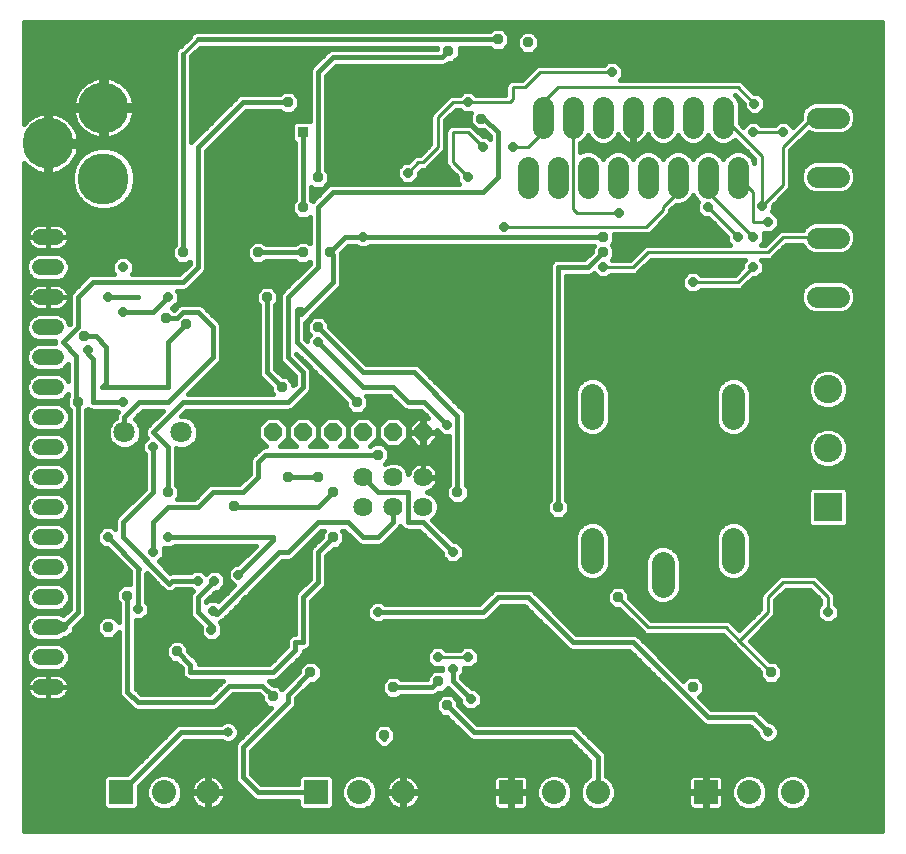
<source format=gbl>
G75*
%MOIN*%
%OFA0B0*%
%FSLAX25Y25*%
%IPPOS*%
%LPD*%
%AMOC8*
5,1,8,0,0,1.08239X$1,22.5*
%
%ADD10OC8,0.06000*%
%ADD11C,0.07087*%
%ADD12C,0.06400*%
%ADD13C,0.17000*%
%ADD14R,0.09500X0.09500*%
%ADD15C,0.09500*%
%ADD16C,0.07050*%
%ADD17C,0.07087*%
%ADD18C,0.07800*%
%ADD19R,0.08000X0.08000*%
%ADD20C,0.08000*%
%ADD21C,0.05200*%
%ADD22OC8,0.03562*%
%ADD23C,0.01600*%
%ADD24OC8,0.03200*%
%ADD25C,0.01000*%
%ADD26R,0.03562X0.03562*%
%ADD27C,0.03200*%
D10*
X0089167Y0136800D03*
X0099167Y0136800D03*
X0109167Y0136800D03*
X0119167Y0136800D03*
X0129167Y0136800D03*
X0139167Y0136800D03*
D11*
X0174167Y0218257D02*
X0174167Y0225343D01*
X0184167Y0225343D02*
X0184167Y0218257D01*
X0194167Y0218257D02*
X0194167Y0225343D01*
X0204167Y0225343D02*
X0204167Y0218257D01*
X0214167Y0218257D02*
X0214167Y0225343D01*
X0224167Y0225343D02*
X0224167Y0218257D01*
X0234167Y0218257D02*
X0234167Y0225343D01*
X0244167Y0225343D02*
X0244167Y0218257D01*
X0239167Y0238257D02*
X0239167Y0245343D01*
X0229167Y0245343D02*
X0229167Y0238257D01*
X0219167Y0238257D02*
X0219167Y0245343D01*
X0209167Y0245343D02*
X0209167Y0238257D01*
X0199167Y0238257D02*
X0199167Y0245343D01*
X0189167Y0245343D02*
X0189167Y0238257D01*
X0179167Y0238257D02*
X0179167Y0245343D01*
D12*
X0139167Y0121800D03*
X0139167Y0111800D03*
X0129167Y0111800D03*
X0119167Y0111800D03*
X0119167Y0121800D03*
X0129167Y0121800D03*
D13*
X0032667Y0221363D03*
X0014163Y0233174D03*
X0032667Y0244985D03*
D14*
X0274167Y0111800D03*
D15*
X0274167Y0131485D03*
X0274167Y0151170D03*
D16*
X0277692Y0181957D02*
X0270642Y0181957D01*
X0270642Y0201643D02*
X0277692Y0201643D01*
X0277692Y0221957D02*
X0270642Y0221957D01*
X0270642Y0241643D02*
X0277692Y0241643D01*
D17*
X0058667Y0136800D03*
X0039667Y0136800D03*
D18*
X0195667Y0141400D02*
X0195667Y0149200D01*
X0242667Y0149200D02*
X0242667Y0141400D01*
X0242667Y0101200D02*
X0242667Y0093400D01*
X0219167Y0093200D02*
X0219167Y0085400D01*
X0195667Y0093400D02*
X0195667Y0101200D01*
D19*
X0168467Y0016800D03*
X0233467Y0016800D03*
X0103467Y0016800D03*
X0038467Y0016800D03*
D20*
X0052946Y0016800D03*
X0067426Y0016800D03*
X0117946Y0016800D03*
X0132426Y0016800D03*
X0182946Y0016800D03*
X0197426Y0016800D03*
X0247946Y0016800D03*
X0262426Y0016800D03*
D21*
X0016767Y0051800D02*
X0011567Y0051800D01*
X0011567Y0061800D02*
X0016767Y0061800D01*
X0016767Y0071800D02*
X0011567Y0071800D01*
X0011567Y0081800D02*
X0016767Y0081800D01*
X0016767Y0091800D02*
X0011567Y0091800D01*
X0011567Y0101800D02*
X0016767Y0101800D01*
X0016767Y0111800D02*
X0011567Y0111800D01*
X0011567Y0121800D02*
X0016767Y0121800D01*
X0016767Y0131800D02*
X0011567Y0131800D01*
X0011567Y0141800D02*
X0016767Y0141800D01*
X0016767Y0151800D02*
X0011567Y0151800D01*
X0011567Y0161800D02*
X0016767Y0161800D01*
X0016767Y0171800D02*
X0011567Y0171800D01*
X0011567Y0181800D02*
X0016767Y0181800D01*
X0016767Y0191800D02*
X0011567Y0191800D01*
X0011567Y0201800D02*
X0016767Y0201800D01*
D22*
X0026167Y0168800D03*
X0024167Y0146800D03*
X0053667Y0174800D03*
X0060167Y0172800D03*
X0059167Y0196800D03*
X0084167Y0196800D03*
X0099167Y0196800D03*
X0108167Y0196800D03*
X0099167Y0211800D03*
X0104167Y0221800D03*
X0094167Y0246800D03*
X0147667Y0263800D03*
X0164167Y0267800D03*
X0174167Y0266800D03*
X0158667Y0241300D03*
X0199167Y0201800D03*
X0199167Y0196800D03*
X0212667Y0201800D03*
X0150667Y0116800D03*
X0124167Y0129300D03*
X0109167Y0116800D03*
X0104167Y0121800D03*
X0094167Y0121800D03*
X0076167Y0112300D03*
X0054167Y0116800D03*
X0040667Y0082300D03*
X0034167Y0071800D03*
X0057167Y0063800D03*
X0089167Y0048800D03*
X0101667Y0056800D03*
X0126167Y0035800D03*
X0129167Y0051800D03*
X0144167Y0053800D03*
X0147167Y0045800D03*
X0204167Y0081800D03*
X0184167Y0111800D03*
X0229167Y0051800D03*
X0255167Y0056800D03*
X0117167Y0146800D03*
X0092167Y0151800D03*
X0104167Y0171800D03*
X0098167Y0176800D03*
X0087167Y0181800D03*
X0109167Y0101800D03*
D23*
X0006167Y0003800D02*
X0006167Y0226681D01*
X0006470Y0226300D01*
X0007289Y0225482D01*
X0008193Y0224760D01*
X0009173Y0224145D01*
X0010215Y0223643D01*
X0011307Y0223261D01*
X0012435Y0223004D01*
X0013363Y0222899D01*
X0013363Y0232374D01*
X0014963Y0232374D01*
X0014963Y0233974D01*
X0024438Y0233974D01*
X0024333Y0234902D01*
X0024076Y0236030D01*
X0023694Y0237122D01*
X0023192Y0238164D01*
X0022576Y0239144D01*
X0021855Y0240048D01*
X0021037Y0240866D01*
X0020132Y0241588D01*
X0019153Y0242203D01*
X0018111Y0242705D01*
X0017019Y0243087D01*
X0015891Y0243344D01*
X0014963Y0243449D01*
X0014963Y0233974D01*
X0013363Y0233974D01*
X0013363Y0243449D01*
X0012435Y0243344D01*
X0011307Y0243087D01*
X0010215Y0242705D01*
X0009173Y0242203D01*
X0008193Y0241588D01*
X0007289Y0240866D01*
X0006470Y0240048D01*
X0006167Y0239667D01*
X0006167Y0273501D01*
X0292088Y0273501D01*
X0292088Y0003800D01*
X0006167Y0003800D01*
X0006167Y0004997D02*
X0292088Y0004997D01*
X0292088Y0006596D02*
X0006167Y0006596D01*
X0006167Y0008194D02*
X0292088Y0008194D01*
X0292088Y0009793D02*
X0006167Y0009793D01*
X0006167Y0011391D02*
X0033047Y0011391D01*
X0032467Y0011972D02*
X0033638Y0010800D01*
X0043295Y0010800D01*
X0044467Y0011972D01*
X0044467Y0018840D01*
X0059626Y0034000D01*
X0071875Y0034000D01*
X0072127Y0033748D01*
X0073451Y0033200D01*
X0074883Y0033200D01*
X0076206Y0033748D01*
X0077219Y0034761D01*
X0077767Y0036084D01*
X0077767Y0037516D01*
X0077219Y0038839D01*
X0076206Y0039852D01*
X0074883Y0040400D01*
X0073451Y0040400D01*
X0072127Y0039852D01*
X0071875Y0039600D01*
X0057910Y0039600D01*
X0056881Y0039174D01*
X0056093Y0038386D01*
X0040507Y0022800D01*
X0033638Y0022800D01*
X0032467Y0021628D01*
X0032467Y0011972D01*
X0032467Y0012990D02*
X0006167Y0012990D01*
X0006167Y0014588D02*
X0032467Y0014588D01*
X0032467Y0016187D02*
X0006167Y0016187D01*
X0006167Y0017785D02*
X0032467Y0017785D01*
X0032467Y0019384D02*
X0006167Y0019384D01*
X0006167Y0020982D02*
X0032467Y0020982D01*
X0033419Y0022581D02*
X0006167Y0022581D01*
X0006167Y0024179D02*
X0041886Y0024179D01*
X0043485Y0025778D02*
X0006167Y0025778D01*
X0006167Y0027376D02*
X0045083Y0027376D01*
X0046682Y0028975D02*
X0006167Y0028975D01*
X0006167Y0030573D02*
X0048280Y0030573D01*
X0049879Y0032172D02*
X0006167Y0032172D01*
X0006167Y0033770D02*
X0051477Y0033770D01*
X0053076Y0035369D02*
X0006167Y0035369D01*
X0006167Y0036967D02*
X0054674Y0036967D01*
X0056273Y0038566D02*
X0006167Y0038566D01*
X0006167Y0040164D02*
X0072882Y0040164D01*
X0075452Y0040164D02*
X0083571Y0040164D01*
X0081973Y0038566D02*
X0077332Y0038566D01*
X0077767Y0036967D02*
X0080374Y0036967D01*
X0078776Y0035369D02*
X0077470Y0035369D01*
X0077581Y0034174D02*
X0076793Y0033386D01*
X0076367Y0032357D01*
X0076367Y0021243D01*
X0076793Y0020214D01*
X0077581Y0019426D01*
X0082581Y0014426D01*
X0083610Y0014000D01*
X0097467Y0014000D01*
X0097467Y0011972D01*
X0098638Y0010800D01*
X0108295Y0010800D01*
X0109467Y0011972D01*
X0109467Y0021628D01*
X0108295Y0022800D01*
X0098638Y0022800D01*
X0097467Y0021628D01*
X0097467Y0019600D01*
X0085326Y0019600D01*
X0081967Y0022960D01*
X0081967Y0030640D01*
X0095753Y0044426D01*
X0096540Y0045214D01*
X0096967Y0046243D01*
X0096967Y0048140D01*
X0101845Y0053019D01*
X0103233Y0053019D01*
X0105448Y0055234D01*
X0105448Y0058366D01*
X0103233Y0060581D01*
X0100100Y0060581D01*
X0097886Y0058366D01*
X0097886Y0056979D01*
X0092581Y0051674D01*
X0092110Y0051204D01*
X0090733Y0052581D01*
X0089345Y0052581D01*
X0087926Y0054000D01*
X0089724Y0054000D01*
X0090753Y0054426D01*
X0099040Y0062714D01*
X0099467Y0063743D01*
X0099467Y0064000D01*
X0099724Y0064000D01*
X0100753Y0064426D01*
X0101540Y0065214D01*
X0101967Y0066243D01*
X0101967Y0080640D01*
X0106540Y0085214D01*
X0106967Y0086243D01*
X0106967Y0095640D01*
X0109345Y0098019D01*
X0110733Y0098019D01*
X0112948Y0100234D01*
X0112948Y0103366D01*
X0112314Y0104000D01*
X0113007Y0104000D01*
X0116793Y0100214D01*
X0117581Y0099426D01*
X0118610Y0099000D01*
X0124724Y0099000D01*
X0125753Y0099426D01*
X0130753Y0104426D01*
X0131540Y0105214D01*
X0131667Y0105519D01*
X0131793Y0105214D01*
X0132581Y0104426D01*
X0133610Y0104000D01*
X0138007Y0104000D01*
X0145567Y0096440D01*
X0145567Y0095309D01*
X0147675Y0093200D01*
X0150658Y0093200D01*
X0152767Y0095309D01*
X0152767Y0098291D01*
X0150658Y0100400D01*
X0149526Y0100400D01*
X0142323Y0107603D01*
X0143575Y0108854D01*
X0144367Y0110766D01*
X0144367Y0112834D01*
X0143575Y0114746D01*
X0142112Y0116208D01*
X0140365Y0116932D01*
X0141086Y0117166D01*
X0141787Y0117524D01*
X0142424Y0117986D01*
X0142980Y0118543D01*
X0143443Y0119179D01*
X0143800Y0119881D01*
X0144044Y0120629D01*
X0144167Y0121406D01*
X0144167Y0121714D01*
X0139253Y0121714D01*
X0139253Y0121886D01*
X0144167Y0121886D01*
X0144167Y0122194D01*
X0144044Y0122971D01*
X0143800Y0123719D01*
X0143443Y0124421D01*
X0142980Y0125057D01*
X0142424Y0125614D01*
X0141787Y0126076D01*
X0141086Y0126434D01*
X0140337Y0126677D01*
X0139560Y0126800D01*
X0139252Y0126800D01*
X0139252Y0121886D01*
X0139081Y0121886D01*
X0139081Y0126800D01*
X0138773Y0126800D01*
X0137996Y0126677D01*
X0137247Y0126434D01*
X0136546Y0126076D01*
X0135909Y0125614D01*
X0135353Y0125057D01*
X0134890Y0124421D01*
X0134533Y0123719D01*
X0134299Y0122998D01*
X0133575Y0124746D01*
X0132112Y0126208D01*
X0130201Y0127000D01*
X0128132Y0127000D01*
X0126565Y0126351D01*
X0127948Y0127734D01*
X0127948Y0130866D01*
X0125733Y0133081D01*
X0122600Y0133081D01*
X0121619Y0132100D01*
X0121538Y0132100D01*
X0124167Y0134729D01*
X0127096Y0131800D01*
X0131238Y0131800D01*
X0134167Y0134729D01*
X0134167Y0138871D01*
X0131238Y0141800D01*
X0127096Y0141800D01*
X0124167Y0138871D01*
X0124167Y0134729D01*
X0124167Y0138871D01*
X0121238Y0141800D01*
X0117096Y0141800D01*
X0114167Y0138871D01*
X0114167Y0134729D01*
X0116796Y0132100D01*
X0111538Y0132100D01*
X0114167Y0134729D01*
X0114167Y0138871D01*
X0111238Y0141800D01*
X0107096Y0141800D01*
X0104167Y0138871D01*
X0104167Y0134729D01*
X0106796Y0132100D01*
X0101538Y0132100D01*
X0104167Y0134729D01*
X0104167Y0138871D01*
X0101238Y0141800D01*
X0097096Y0141800D01*
X0094167Y0138871D01*
X0094167Y0134729D01*
X0096796Y0132100D01*
X0091538Y0132100D01*
X0094167Y0134729D01*
X0094167Y0138871D01*
X0091238Y0141800D01*
X0087096Y0141800D01*
X0084167Y0138871D01*
X0084167Y0134729D01*
X0086796Y0132100D01*
X0086110Y0132100D01*
X0085081Y0131674D01*
X0082581Y0129174D01*
X0081793Y0128386D01*
X0081367Y0127357D01*
X0081367Y0122960D01*
X0078007Y0119600D01*
X0068610Y0119600D01*
X0067581Y0119174D01*
X0063007Y0114600D01*
X0057314Y0114600D01*
X0057948Y0115234D01*
X0057948Y0118366D01*
X0056967Y0119347D01*
X0056967Y0131504D01*
X0057564Y0131257D01*
X0059769Y0131257D01*
X0061807Y0132101D01*
X0063366Y0133660D01*
X0064210Y0135697D01*
X0064210Y0137903D01*
X0063366Y0139940D01*
X0061807Y0141499D01*
X0059769Y0142343D01*
X0058670Y0142343D01*
X0060326Y0144000D01*
X0094724Y0144000D01*
X0095753Y0144426D01*
X0096540Y0145214D01*
X0101540Y0150214D01*
X0101967Y0151243D01*
X0101967Y0157357D01*
X0101540Y0158386D01*
X0096967Y0162960D01*
X0096967Y0163040D01*
X0113386Y0146621D01*
X0113386Y0145234D01*
X0115600Y0143019D01*
X0118733Y0143019D01*
X0120948Y0145234D01*
X0120948Y0148366D01*
X0120314Y0149000D01*
X0128007Y0149000D01*
X0131793Y0145214D01*
X0132581Y0144426D01*
X0133610Y0144000D01*
X0138507Y0144000D01*
X0140907Y0141600D01*
X0139367Y0141600D01*
X0139367Y0137000D01*
X0143967Y0137000D01*
X0143967Y0137409D01*
X0145675Y0135700D01*
X0147867Y0135700D01*
X0147867Y0119347D01*
X0146886Y0118366D01*
X0146886Y0115234D01*
X0149100Y0113019D01*
X0152233Y0113019D01*
X0154448Y0115234D01*
X0154448Y0118366D01*
X0153467Y0119347D01*
X0153467Y0142857D01*
X0153040Y0143886D01*
X0137753Y0159174D01*
X0136724Y0159600D01*
X0120326Y0159600D01*
X0107948Y0171979D01*
X0107948Y0173366D01*
X0105733Y0175581D01*
X0102600Y0175581D01*
X0100386Y0173366D01*
X0100386Y0170234D01*
X0101447Y0169172D01*
X0100567Y0168291D01*
X0100567Y0167360D01*
X0099967Y0167960D01*
X0099967Y0173253D01*
X0101948Y0175234D01*
X0101948Y0175621D01*
X0110753Y0184426D01*
X0111540Y0185214D01*
X0111967Y0186243D01*
X0111967Y0196357D01*
X0111948Y0196403D01*
X0111948Y0196621D01*
X0114326Y0199000D01*
X0116875Y0199000D01*
X0117675Y0198200D01*
X0120658Y0198200D01*
X0121458Y0199000D01*
X0196019Y0199000D01*
X0195386Y0198366D01*
X0195386Y0196979D01*
X0193007Y0194600D01*
X0183610Y0194600D01*
X0182581Y0194174D01*
X0181793Y0193386D01*
X0181367Y0192357D01*
X0181367Y0114347D01*
X0180386Y0113366D01*
X0180386Y0110234D01*
X0182600Y0108019D01*
X0185733Y0108019D01*
X0187948Y0110234D01*
X0187948Y0113366D01*
X0186967Y0114347D01*
X0186967Y0189000D01*
X0194724Y0189000D01*
X0195753Y0189426D01*
X0196101Y0189775D01*
X0197675Y0188200D01*
X0200658Y0188200D01*
X0201758Y0189300D01*
X0209664Y0189300D01*
X0210583Y0189681D01*
X0211286Y0190384D01*
X0215202Y0194300D01*
X0246576Y0194300D01*
X0245567Y0193291D01*
X0245567Y0191736D01*
X0243131Y0189300D01*
X0231758Y0189300D01*
X0230658Y0190400D01*
X0227675Y0190400D01*
X0225567Y0188291D01*
X0225567Y0185309D01*
X0227675Y0183200D01*
X0230658Y0183200D01*
X0231758Y0184300D01*
X0244664Y0184300D01*
X0245583Y0184681D01*
X0246286Y0185384D01*
X0249102Y0188200D01*
X0250658Y0188200D01*
X0252767Y0190309D01*
X0252767Y0193291D01*
X0251758Y0194300D01*
X0254664Y0194300D01*
X0255583Y0194681D01*
X0256286Y0195384D01*
X0260202Y0199300D01*
X0265632Y0199300D01*
X0265958Y0198513D01*
X0267512Y0196959D01*
X0269543Y0196118D01*
X0278791Y0196118D01*
X0280821Y0196959D01*
X0282376Y0198513D01*
X0283217Y0200544D01*
X0283217Y0202742D01*
X0282376Y0204772D01*
X0280821Y0206326D01*
X0278791Y0207168D01*
X0269543Y0207168D01*
X0267512Y0206326D01*
X0265958Y0204772D01*
X0265762Y0204300D01*
X0258669Y0204300D01*
X0257751Y0203919D01*
X0253131Y0199300D01*
X0251758Y0199300D01*
X0252767Y0200309D01*
X0252767Y0203200D01*
X0255658Y0203200D01*
X0257767Y0205309D01*
X0257767Y0208291D01*
X0255658Y0210400D01*
X0255358Y0210400D01*
X0255767Y0210809D01*
X0255767Y0212364D01*
X0260583Y0217181D01*
X0261286Y0217884D01*
X0261667Y0218803D01*
X0261667Y0230764D01*
X0267759Y0236856D01*
X0269543Y0236118D01*
X0278791Y0236118D01*
X0280821Y0236959D01*
X0282376Y0238513D01*
X0283217Y0240544D01*
X0283217Y0242742D01*
X0282376Y0244772D01*
X0280821Y0246326D01*
X0278791Y0247168D01*
X0269543Y0247168D01*
X0267512Y0246326D01*
X0265958Y0244772D01*
X0265117Y0242742D01*
X0265117Y0241286D01*
X0262444Y0238613D01*
X0260658Y0240400D01*
X0257675Y0240400D01*
X0256575Y0239300D01*
X0251758Y0239300D01*
X0250658Y0240400D01*
X0247675Y0240400D01*
X0245889Y0238613D01*
X0244710Y0239792D01*
X0244710Y0246446D01*
X0243866Y0248483D01*
X0243049Y0249300D01*
X0243131Y0249300D01*
X0246067Y0246364D01*
X0246067Y0244809D01*
X0248175Y0242700D01*
X0251158Y0242700D01*
X0253267Y0244809D01*
X0253267Y0247791D01*
X0251158Y0249900D01*
X0249602Y0249900D01*
X0245583Y0253919D01*
X0244664Y0254300D01*
X0204758Y0254300D01*
X0205767Y0255309D01*
X0205767Y0258291D01*
X0203658Y0260400D01*
X0200675Y0260400D01*
X0199576Y0259300D01*
X0177669Y0259300D01*
X0176751Y0258919D01*
X0172131Y0254300D01*
X0168669Y0254300D01*
X0167751Y0253919D01*
X0167047Y0253216D01*
X0166667Y0252297D01*
X0166667Y0249300D01*
X0156758Y0249300D01*
X0155658Y0250400D01*
X0152675Y0250400D01*
X0151576Y0249300D01*
X0148669Y0249300D01*
X0147751Y0248919D01*
X0142751Y0243919D01*
X0142047Y0243216D01*
X0141667Y0242297D01*
X0141667Y0232836D01*
X0138131Y0229300D01*
X0137169Y0229300D01*
X0136251Y0228919D01*
X0134231Y0226900D01*
X0132675Y0226900D01*
X0130567Y0224791D01*
X0130567Y0221809D01*
X0132675Y0219700D01*
X0135658Y0219700D01*
X0137767Y0221809D01*
X0137767Y0223364D01*
X0138702Y0224300D01*
X0139664Y0224300D01*
X0140583Y0224681D01*
X0141286Y0225384D01*
X0146286Y0230384D01*
X0146667Y0231303D01*
X0146667Y0240764D01*
X0150202Y0244300D01*
X0151576Y0244300D01*
X0152675Y0243200D01*
X0155219Y0243200D01*
X0154886Y0242866D01*
X0154886Y0239734D01*
X0157100Y0237519D01*
X0159488Y0237519D01*
X0161367Y0235640D01*
X0161367Y0234691D01*
X0160658Y0235400D01*
X0159102Y0235400D01*
X0156286Y0238216D01*
X0155583Y0238919D01*
X0154664Y0239300D01*
X0148669Y0239300D01*
X0147751Y0238919D01*
X0147047Y0238216D01*
X0146667Y0237297D01*
X0146667Y0226303D01*
X0147047Y0225384D01*
X0147751Y0224681D01*
X0150567Y0221864D01*
X0150567Y0220309D01*
X0151276Y0219600D01*
X0108610Y0219600D01*
X0107581Y0219174D01*
X0102581Y0214174D01*
X0102360Y0213954D01*
X0101967Y0214347D01*
X0101967Y0218653D01*
X0102600Y0218019D01*
X0105733Y0218019D01*
X0107948Y0220234D01*
X0107948Y0223366D01*
X0106967Y0224347D01*
X0106967Y0255640D01*
X0110326Y0259000D01*
X0146224Y0259000D01*
X0147253Y0259426D01*
X0147845Y0260019D01*
X0149233Y0260019D01*
X0151448Y0262234D01*
X0151448Y0265000D01*
X0161619Y0265000D01*
X0162600Y0264019D01*
X0165733Y0264019D01*
X0167948Y0266234D01*
X0167948Y0269366D01*
X0165733Y0271581D01*
X0162600Y0271581D01*
X0161619Y0270600D01*
X0063610Y0270600D01*
X0062581Y0270174D01*
X0061793Y0269386D01*
X0061493Y0268662D01*
X0058305Y0265474D01*
X0057581Y0265174D01*
X0056793Y0264386D01*
X0056367Y0263357D01*
X0056367Y0199347D01*
X0055386Y0198366D01*
X0055386Y0195234D01*
X0057600Y0193019D01*
X0060733Y0193019D01*
X0061367Y0193653D01*
X0061367Y0192960D01*
X0058007Y0189600D01*
X0042058Y0189600D01*
X0042767Y0190309D01*
X0042767Y0193291D01*
X0040658Y0195400D01*
X0037675Y0195400D01*
X0035567Y0193291D01*
X0035567Y0190309D01*
X0036276Y0189600D01*
X0028610Y0189600D01*
X0027581Y0189174D01*
X0021793Y0183386D01*
X0021367Y0182357D01*
X0021367Y0172960D01*
X0021295Y0172888D01*
X0020666Y0174406D01*
X0019372Y0175700D01*
X0017682Y0176400D01*
X0010652Y0176400D01*
X0008961Y0175700D01*
X0007667Y0174406D01*
X0006967Y0172715D01*
X0006967Y0170885D01*
X0007667Y0169194D01*
X0008961Y0167900D01*
X0010652Y0167200D01*
X0016367Y0167200D01*
X0016367Y0166400D01*
X0010652Y0166400D01*
X0008961Y0165700D01*
X0007667Y0164406D01*
X0006967Y0162715D01*
X0006967Y0160885D01*
X0007667Y0159194D01*
X0008961Y0157900D01*
X0010652Y0157200D01*
X0017682Y0157200D01*
X0019372Y0157900D01*
X0020666Y0159194D01*
X0020867Y0159678D01*
X0020867Y0153922D01*
X0020666Y0154406D01*
X0019372Y0155700D01*
X0017682Y0156400D01*
X0010652Y0156400D01*
X0008961Y0155700D01*
X0007667Y0154406D01*
X0006967Y0152715D01*
X0006967Y0150885D01*
X0007667Y0149194D01*
X0008961Y0147900D01*
X0010652Y0147200D01*
X0017682Y0147200D01*
X0019372Y0147900D01*
X0020666Y0149194D01*
X0020867Y0149678D01*
X0020867Y0148847D01*
X0020386Y0148366D01*
X0020386Y0145234D01*
X0021367Y0144253D01*
X0021367Y0077960D01*
X0019184Y0075778D01*
X0017682Y0076400D01*
X0010652Y0076400D01*
X0008961Y0075700D01*
X0007667Y0074406D01*
X0006967Y0072715D01*
X0006967Y0070885D01*
X0007667Y0069194D01*
X0008961Y0067900D01*
X0010652Y0067200D01*
X0017682Y0067200D01*
X0019372Y0067900D01*
X0019672Y0068200D01*
X0020658Y0068200D01*
X0022767Y0070309D01*
X0022767Y0071440D01*
X0026540Y0075214D01*
X0026967Y0076243D01*
X0026967Y0144253D01*
X0027360Y0144646D01*
X0027581Y0144426D01*
X0028610Y0144000D01*
X0036875Y0144000D01*
X0037391Y0143484D01*
X0037293Y0143386D01*
X0036867Y0142357D01*
X0036867Y0141640D01*
X0036527Y0141499D01*
X0034967Y0139940D01*
X0034123Y0137903D01*
X0034123Y0135697D01*
X0034967Y0133660D01*
X0036527Y0132101D01*
X0038564Y0131257D01*
X0040769Y0131257D01*
X0042807Y0132101D01*
X0044366Y0133660D01*
X0045210Y0135697D01*
X0045210Y0137903D01*
X0044366Y0139940D01*
X0043066Y0141240D01*
X0045826Y0144000D01*
X0052407Y0144000D01*
X0047581Y0139174D01*
X0047581Y0139174D01*
X0046793Y0138386D01*
X0046367Y0137357D01*
X0046367Y0136243D01*
X0046793Y0135214D01*
X0047141Y0134866D01*
X0045567Y0133291D01*
X0045567Y0130309D01*
X0046367Y0129509D01*
X0046367Y0117960D01*
X0037581Y0109174D01*
X0036793Y0108386D01*
X0036367Y0107357D01*
X0036367Y0104691D01*
X0035658Y0105400D01*
X0032675Y0105400D01*
X0030567Y0103291D01*
X0030567Y0100309D01*
X0032675Y0098200D01*
X0033807Y0098200D01*
X0041367Y0090640D01*
X0041367Y0086081D01*
X0039100Y0086081D01*
X0036886Y0083866D01*
X0036886Y0080734D01*
X0037867Y0079753D01*
X0037867Y0073447D01*
X0035733Y0075581D01*
X0032600Y0075581D01*
X0030386Y0073366D01*
X0030386Y0070234D01*
X0032600Y0068019D01*
X0035733Y0068019D01*
X0037867Y0070153D01*
X0037867Y0049743D01*
X0038293Y0048714D01*
X0039081Y0047926D01*
X0041793Y0045214D01*
X0041793Y0045214D01*
X0042581Y0044426D01*
X0043610Y0044000D01*
X0069724Y0044000D01*
X0070753Y0044426D01*
X0075826Y0049500D01*
X0084507Y0049500D01*
X0085386Y0048621D01*
X0085386Y0047234D01*
X0087600Y0045019D01*
X0088426Y0045019D01*
X0077581Y0034174D01*
X0077581Y0034174D01*
X0077177Y0033770D02*
X0076228Y0033770D01*
X0076367Y0032172D02*
X0057798Y0032172D01*
X0059397Y0033770D02*
X0072105Y0033770D01*
X0074167Y0036800D02*
X0058467Y0036800D01*
X0038467Y0016800D01*
X0043886Y0011391D02*
X0050326Y0011391D01*
X0049547Y0011713D02*
X0051753Y0010800D01*
X0054140Y0010800D01*
X0056345Y0011713D01*
X0058033Y0013401D01*
X0058946Y0015607D01*
X0058946Y0017993D01*
X0058033Y0020199D01*
X0056345Y0021887D01*
X0054140Y0022800D01*
X0051753Y0022800D01*
X0049547Y0021887D01*
X0047860Y0020199D01*
X0046946Y0017993D01*
X0046946Y0015607D01*
X0047860Y0013401D01*
X0049547Y0011713D01*
X0048271Y0012990D02*
X0044467Y0012990D01*
X0044467Y0014588D02*
X0047368Y0014588D01*
X0046946Y0016187D02*
X0044467Y0016187D01*
X0044467Y0017785D02*
X0046946Y0017785D01*
X0047522Y0019384D02*
X0045010Y0019384D01*
X0046609Y0020982D02*
X0048643Y0020982D01*
X0048207Y0022581D02*
X0051223Y0022581D01*
X0049806Y0024179D02*
X0076367Y0024179D01*
X0076367Y0022581D02*
X0068004Y0022581D01*
X0067882Y0022600D02*
X0067807Y0022600D01*
X0067807Y0017181D01*
X0073226Y0017181D01*
X0073226Y0017256D01*
X0073083Y0018158D01*
X0072801Y0019026D01*
X0072386Y0019840D01*
X0071850Y0020578D01*
X0071204Y0021224D01*
X0070466Y0021761D01*
X0069652Y0022175D01*
X0068784Y0022457D01*
X0067882Y0022600D01*
X0067807Y0022581D02*
X0067045Y0022581D01*
X0067045Y0022600D02*
X0066969Y0022600D01*
X0066068Y0022457D01*
X0065199Y0022175D01*
X0064386Y0021761D01*
X0063647Y0021224D01*
X0063002Y0020578D01*
X0062465Y0019840D01*
X0062051Y0019026D01*
X0061769Y0018158D01*
X0061626Y0017256D01*
X0061626Y0017181D01*
X0067045Y0017181D01*
X0067045Y0022600D01*
X0066847Y0022581D02*
X0054669Y0022581D01*
X0057249Y0020982D02*
X0063405Y0020982D01*
X0062233Y0019384D02*
X0058370Y0019384D01*
X0058946Y0017785D02*
X0061709Y0017785D01*
X0061626Y0016419D02*
X0061626Y0016344D01*
X0061769Y0015442D01*
X0062051Y0014574D01*
X0062465Y0013760D01*
X0063002Y0013022D01*
X0063647Y0012376D01*
X0064386Y0011839D01*
X0065199Y0011425D01*
X0066068Y0011143D01*
X0066969Y0011000D01*
X0067045Y0011000D01*
X0067045Y0016419D01*
X0067807Y0016419D01*
X0067807Y0017181D01*
X0067045Y0017181D01*
X0067045Y0016419D01*
X0061626Y0016419D01*
X0061651Y0016187D02*
X0058946Y0016187D01*
X0058524Y0014588D02*
X0062046Y0014588D01*
X0063034Y0012990D02*
X0057621Y0012990D01*
X0055567Y0011391D02*
X0065303Y0011391D01*
X0067045Y0011391D02*
X0067807Y0011391D01*
X0067807Y0011000D02*
X0067882Y0011000D01*
X0068784Y0011143D01*
X0069652Y0011425D01*
X0070466Y0011839D01*
X0071204Y0012376D01*
X0071850Y0013022D01*
X0072386Y0013760D01*
X0072801Y0014574D01*
X0073083Y0015442D01*
X0073226Y0016344D01*
X0073226Y0016419D01*
X0067807Y0016419D01*
X0067807Y0011000D01*
X0069548Y0011391D02*
X0098047Y0011391D01*
X0097467Y0012990D02*
X0071818Y0012990D01*
X0072805Y0014588D02*
X0082419Y0014588D01*
X0080820Y0016187D02*
X0073201Y0016187D01*
X0073142Y0017785D02*
X0079222Y0017785D01*
X0077623Y0019384D02*
X0072619Y0019384D01*
X0071446Y0020982D02*
X0076475Y0020982D01*
X0077581Y0019426D02*
X0077581Y0019426D01*
X0079167Y0021800D02*
X0079167Y0031800D01*
X0094167Y0046800D01*
X0094167Y0049300D01*
X0101667Y0056800D01*
X0104468Y0059346D02*
X0141529Y0059346D01*
X0140567Y0060309D02*
X0142675Y0058200D01*
X0145567Y0058200D01*
X0145567Y0057581D01*
X0142600Y0057581D01*
X0140386Y0055366D01*
X0140386Y0054600D01*
X0131714Y0054600D01*
X0130733Y0055581D01*
X0127600Y0055581D01*
X0125386Y0053366D01*
X0125386Y0050234D01*
X0127600Y0048019D01*
X0130733Y0048019D01*
X0131714Y0049000D01*
X0142724Y0049000D01*
X0143753Y0049426D01*
X0144345Y0050019D01*
X0145733Y0050019D01*
X0147360Y0051646D01*
X0147581Y0051426D01*
X0151567Y0047440D01*
X0151567Y0046309D01*
X0153675Y0044200D01*
X0156658Y0044200D01*
X0158767Y0046309D01*
X0158767Y0049291D01*
X0156658Y0051400D01*
X0155526Y0051400D01*
X0151967Y0054960D01*
X0151967Y0055509D01*
X0152767Y0056309D01*
X0152767Y0058200D01*
X0155658Y0058200D01*
X0157767Y0060309D01*
X0157767Y0063291D01*
X0155658Y0065400D01*
X0152675Y0065400D01*
X0151575Y0064300D01*
X0146758Y0064300D01*
X0145658Y0065400D01*
X0142675Y0065400D01*
X0140567Y0063291D01*
X0140567Y0060309D01*
X0140567Y0060945D02*
X0097271Y0060945D01*
X0098866Y0059346D02*
X0095673Y0059346D01*
X0094074Y0057748D02*
X0097886Y0057748D01*
X0097056Y0056149D02*
X0092476Y0056149D01*
X0090877Y0054551D02*
X0095458Y0054551D01*
X0093859Y0052952D02*
X0088974Y0052952D01*
X0085667Y0052300D02*
X0089167Y0048800D01*
X0091960Y0051354D02*
X0092261Y0051354D01*
X0096983Y0048157D02*
X0127463Y0048157D01*
X0125864Y0049755D02*
X0098582Y0049755D01*
X0100180Y0051354D02*
X0125386Y0051354D01*
X0125386Y0052952D02*
X0101779Y0052952D01*
X0104765Y0054551D02*
X0126570Y0054551D01*
X0129167Y0051800D02*
X0142167Y0051800D01*
X0144167Y0053800D01*
X0147068Y0051354D02*
X0147653Y0051354D01*
X0148733Y0049581D02*
X0145600Y0049581D01*
X0143386Y0047366D01*
X0143386Y0044234D01*
X0145600Y0042019D01*
X0146988Y0042019D01*
X0153793Y0035214D01*
X0154581Y0034426D01*
X0155610Y0034000D01*
X0188007Y0034000D01*
X0194626Y0027381D01*
X0194626Y0022135D01*
X0194027Y0021887D01*
X0192339Y0020199D01*
X0191426Y0017993D01*
X0191426Y0015607D01*
X0192339Y0013401D01*
X0194027Y0011713D01*
X0196232Y0010800D01*
X0198619Y0010800D01*
X0200824Y0011713D01*
X0202512Y0013401D01*
X0203426Y0015607D01*
X0203426Y0017993D01*
X0202512Y0020199D01*
X0200824Y0021887D01*
X0200226Y0022135D01*
X0200226Y0029098D01*
X0199799Y0030127D01*
X0199012Y0030915D01*
X0190753Y0039174D01*
X0189724Y0039600D01*
X0157326Y0039600D01*
X0150948Y0045979D01*
X0150948Y0047366D01*
X0148733Y0049581D01*
X0149252Y0049755D02*
X0144082Y0049755D01*
X0144176Y0048157D02*
X0130871Y0048157D01*
X0127733Y0039581D02*
X0124600Y0039581D01*
X0122386Y0037366D01*
X0122386Y0034234D01*
X0123789Y0032831D01*
X0123793Y0032820D01*
X0124581Y0032033D01*
X0124591Y0032028D01*
X0124600Y0032019D01*
X0124614Y0032019D01*
X0125610Y0031606D01*
X0126724Y0031606D01*
X0127720Y0032019D01*
X0127733Y0032019D01*
X0127742Y0032028D01*
X0127753Y0032033D01*
X0128540Y0032820D01*
X0128545Y0032831D01*
X0129948Y0034234D01*
X0129948Y0037366D01*
X0127733Y0039581D01*
X0128748Y0038566D02*
X0150441Y0038566D01*
X0148843Y0040164D02*
X0091491Y0040164D01*
X0093089Y0041763D02*
X0147244Y0041763D01*
X0144258Y0043361D02*
X0094688Y0043361D01*
X0095753Y0044426D02*
X0095753Y0044426D01*
X0096286Y0044960D02*
X0143386Y0044960D01*
X0143386Y0046558D02*
X0096967Y0046558D01*
X0088367Y0044960D02*
X0071286Y0044960D01*
X0072885Y0046558D02*
X0086061Y0046558D01*
X0085386Y0048157D02*
X0074483Y0048157D01*
X0074667Y0052300D02*
X0085667Y0052300D01*
X0089167Y0056800D02*
X0096667Y0064300D01*
X0096667Y0066800D01*
X0099167Y0066800D01*
X0099167Y0081800D01*
X0104167Y0086800D01*
X0104167Y0096800D01*
X0109167Y0101800D01*
X0105386Y0101979D02*
X0102581Y0099174D01*
X0101793Y0098386D01*
X0101367Y0097357D01*
X0101367Y0087960D01*
X0097581Y0084174D01*
X0096793Y0083386D01*
X0096367Y0082357D01*
X0096367Y0069600D01*
X0096110Y0069600D01*
X0095081Y0069174D01*
X0094293Y0068386D01*
X0093867Y0067357D01*
X0093867Y0065460D01*
X0088007Y0059600D01*
X0064467Y0059600D01*
X0064467Y0059857D01*
X0064040Y0060886D01*
X0060948Y0063979D01*
X0060948Y0065366D01*
X0058733Y0067581D01*
X0055600Y0067581D01*
X0053386Y0065366D01*
X0053386Y0062234D01*
X0055600Y0060019D01*
X0056988Y0060019D01*
X0058867Y0058140D01*
X0058867Y0056243D01*
X0059293Y0055214D01*
X0060081Y0054426D01*
X0061110Y0054000D01*
X0072407Y0054000D01*
X0072293Y0053886D01*
X0068007Y0049600D01*
X0045326Y0049600D01*
X0043467Y0051460D01*
X0043467Y0074200D01*
X0045658Y0074200D01*
X0047767Y0076309D01*
X0047767Y0079291D01*
X0046967Y0080091D01*
X0046967Y0089640D01*
X0047040Y0089714D01*
X0047114Y0089893D01*
X0052293Y0084714D01*
X0052293Y0084714D01*
X0053081Y0083926D01*
X0054110Y0083500D01*
X0055224Y0083500D01*
X0056253Y0083926D01*
X0056826Y0084500D01*
X0061876Y0084500D01*
X0062391Y0083984D01*
X0061793Y0083386D01*
X0061367Y0082357D01*
X0061367Y0076243D01*
X0061793Y0075214D01*
X0062581Y0074426D01*
X0065067Y0071940D01*
X0065067Y0069309D01*
X0067175Y0067200D01*
X0070158Y0067200D01*
X0072267Y0069309D01*
X0072267Y0072291D01*
X0071801Y0072757D01*
X0071540Y0073386D01*
X0071367Y0073559D01*
X0072253Y0073926D01*
X0073040Y0074714D01*
X0092326Y0094000D01*
X0094724Y0094000D01*
X0095753Y0094426D01*
X0096540Y0095214D01*
X0105326Y0104000D01*
X0106019Y0104000D01*
X0105386Y0103366D01*
X0105386Y0101979D01*
X0105386Y0102506D02*
X0103833Y0102506D01*
X0104315Y0100908D02*
X0102234Y0100908D01*
X0102716Y0099309D02*
X0100636Y0099309D01*
X0101513Y0097711D02*
X0099037Y0097711D01*
X0097439Y0096112D02*
X0101367Y0096112D01*
X0101367Y0094514D02*
X0095840Y0094514D01*
X0096540Y0095214D02*
X0096540Y0095214D01*
X0094167Y0096800D02*
X0091167Y0096800D01*
X0070667Y0076300D01*
X0070167Y0076300D01*
X0069167Y0077300D01*
X0066967Y0080191D02*
X0066967Y0080640D01*
X0070026Y0083700D01*
X0071158Y0083700D01*
X0073267Y0085809D01*
X0073267Y0088791D01*
X0071158Y0090900D01*
X0068175Y0090900D01*
X0066917Y0089641D01*
X0065658Y0090900D01*
X0062675Y0090900D01*
X0061876Y0090100D01*
X0055110Y0090100D01*
X0054909Y0090017D01*
X0051192Y0093734D01*
X0052767Y0095309D01*
X0052767Y0098200D01*
X0055658Y0098200D01*
X0056458Y0099000D01*
X0083407Y0099000D01*
X0077307Y0092900D01*
X0076175Y0092900D01*
X0074067Y0090791D01*
X0074067Y0087809D01*
X0076141Y0085734D01*
X0070982Y0080575D01*
X0070658Y0080900D01*
X0067675Y0080900D01*
X0066967Y0080191D01*
X0068052Y0081726D02*
X0072132Y0081726D01*
X0073731Y0083324D02*
X0069651Y0083324D01*
X0072380Y0084923D02*
X0075329Y0084923D01*
X0075354Y0086521D02*
X0073267Y0086521D01*
X0073267Y0088120D02*
X0074067Y0088120D01*
X0074067Y0089718D02*
X0072340Y0089718D01*
X0074592Y0091317D02*
X0053610Y0091317D01*
X0052011Y0092915D02*
X0077322Y0092915D01*
X0078921Y0094514D02*
X0051971Y0094514D01*
X0052767Y0096112D02*
X0080519Y0096112D01*
X0082118Y0097711D02*
X0052767Y0097711D01*
X0049167Y0096800D02*
X0049167Y0106800D01*
X0054167Y0111800D01*
X0064167Y0111800D01*
X0069167Y0116800D01*
X0079167Y0116800D01*
X0084167Y0121800D01*
X0084167Y0126800D01*
X0086667Y0129300D01*
X0124167Y0129300D01*
X0126698Y0126484D02*
X0126886Y0126484D01*
X0127948Y0128082D02*
X0147867Y0128082D01*
X0147867Y0126484D02*
X0140931Y0126484D01*
X0139252Y0126484D02*
X0139081Y0126484D01*
X0139081Y0124885D02*
X0139252Y0124885D01*
X0139252Y0123287D02*
X0139081Y0123287D01*
X0135228Y0124885D02*
X0133435Y0124885D01*
X0134179Y0123287D02*
X0134392Y0123287D01*
X0131447Y0126484D02*
X0137402Y0126484D01*
X0137178Y0132000D02*
X0138967Y0132000D01*
X0138967Y0136600D01*
X0139367Y0136600D01*
X0139367Y0137000D01*
X0138967Y0137000D01*
X0138967Y0141600D01*
X0137178Y0141600D01*
X0134367Y0138788D01*
X0134367Y0137000D01*
X0138967Y0137000D01*
X0138967Y0136600D01*
X0134367Y0136600D01*
X0134367Y0134812D01*
X0137178Y0132000D01*
X0136301Y0132878D02*
X0132316Y0132878D01*
X0133914Y0134476D02*
X0134702Y0134476D01*
X0134367Y0136075D02*
X0134167Y0136075D01*
X0134167Y0137673D02*
X0134367Y0137673D01*
X0134850Y0139272D02*
X0133766Y0139272D01*
X0132167Y0140870D02*
X0136449Y0140870D01*
X0138967Y0140870D02*
X0139367Y0140870D01*
X0139367Y0139272D02*
X0138967Y0139272D01*
X0138967Y0137673D02*
X0139367Y0137673D01*
X0139367Y0136600D02*
X0143967Y0136600D01*
X0143967Y0134812D01*
X0141155Y0132000D01*
X0139367Y0132000D01*
X0139367Y0136600D01*
X0139367Y0136075D02*
X0138967Y0136075D01*
X0138967Y0134476D02*
X0139367Y0134476D01*
X0139367Y0132878D02*
X0138967Y0132878D01*
X0142033Y0132878D02*
X0147867Y0132878D01*
X0147867Y0134476D02*
X0143631Y0134476D01*
X0143967Y0136075D02*
X0145301Y0136075D01*
X0147167Y0139300D02*
X0139667Y0146800D01*
X0134167Y0146800D01*
X0129167Y0151800D01*
X0119167Y0151800D01*
X0104167Y0166800D01*
X0100976Y0169644D02*
X0099967Y0169644D01*
X0099967Y0171242D02*
X0100386Y0171242D01*
X0100386Y0172841D02*
X0099967Y0172841D01*
X0101153Y0174439D02*
X0101459Y0174439D01*
X0102364Y0176038D02*
X0181367Y0176038D01*
X0181367Y0177636D02*
X0103963Y0177636D01*
X0105561Y0179235D02*
X0181367Y0179235D01*
X0181367Y0180833D02*
X0107160Y0180833D01*
X0108758Y0182432D02*
X0181367Y0182432D01*
X0181367Y0184030D02*
X0110357Y0184030D01*
X0110753Y0184426D02*
X0110753Y0184426D01*
X0111712Y0185629D02*
X0181367Y0185629D01*
X0181367Y0187227D02*
X0111967Y0187227D01*
X0111967Y0188826D02*
X0181367Y0188826D01*
X0181367Y0190424D02*
X0111967Y0190424D01*
X0111967Y0192023D02*
X0181367Y0192023D01*
X0182028Y0193621D02*
X0111967Y0193621D01*
X0111967Y0195220D02*
X0193627Y0195220D01*
X0195225Y0196818D02*
X0112145Y0196818D01*
X0113743Y0198417D02*
X0117459Y0198417D01*
X0120875Y0198417D02*
X0195436Y0198417D01*
X0199167Y0196800D02*
X0194167Y0191800D01*
X0184167Y0191800D01*
X0184167Y0111800D01*
X0187948Y0112097D02*
X0267417Y0112097D01*
X0267417Y0110499D02*
X0187948Y0110499D01*
X0186614Y0108900D02*
X0267417Y0108900D01*
X0267417Y0107302D02*
X0142625Y0107302D01*
X0143594Y0108900D02*
X0181719Y0108900D01*
X0180386Y0110499D02*
X0144256Y0110499D01*
X0144367Y0112097D02*
X0180386Y0112097D01*
X0180715Y0113696D02*
X0152910Y0113696D01*
X0154448Y0115294D02*
X0181367Y0115294D01*
X0181367Y0116893D02*
X0154448Y0116893D01*
X0154323Y0118491D02*
X0181367Y0118491D01*
X0181367Y0120090D02*
X0153467Y0120090D01*
X0153467Y0121688D02*
X0181367Y0121688D01*
X0181367Y0123287D02*
X0153467Y0123287D01*
X0153467Y0124885D02*
X0181367Y0124885D01*
X0181367Y0126484D02*
X0153467Y0126484D01*
X0153467Y0128082D02*
X0181367Y0128082D01*
X0181367Y0129681D02*
X0153467Y0129681D01*
X0153467Y0131279D02*
X0181367Y0131279D01*
X0181367Y0132878D02*
X0153467Y0132878D01*
X0153467Y0134476D02*
X0181367Y0134476D01*
X0181367Y0136075D02*
X0153467Y0136075D01*
X0153467Y0137673D02*
X0181367Y0137673D01*
X0181367Y0139272D02*
X0153467Y0139272D01*
X0153467Y0140870D02*
X0181367Y0140870D01*
X0181367Y0142469D02*
X0153467Y0142469D01*
X0152859Y0144068D02*
X0181367Y0144068D01*
X0181367Y0145666D02*
X0151260Y0145666D01*
X0149662Y0147265D02*
X0181367Y0147265D01*
X0181367Y0148863D02*
X0148063Y0148863D01*
X0146465Y0150462D02*
X0181367Y0150462D01*
X0181367Y0152060D02*
X0144866Y0152060D01*
X0143268Y0153659D02*
X0181367Y0153659D01*
X0181367Y0155257D02*
X0141669Y0155257D01*
X0140071Y0156856D02*
X0181367Y0156856D01*
X0181367Y0158454D02*
X0138472Y0158454D01*
X0136167Y0156800D02*
X0150667Y0142300D01*
X0150667Y0116800D01*
X0146886Y0116893D02*
X0140460Y0116893D01*
X0142929Y0118491D02*
X0147011Y0118491D01*
X0147867Y0120090D02*
X0143868Y0120090D01*
X0144167Y0121688D02*
X0147867Y0121688D01*
X0147867Y0123287D02*
X0143941Y0123287D01*
X0143105Y0124885D02*
X0147867Y0124885D01*
X0147867Y0129681D02*
X0127948Y0129681D01*
X0127535Y0131279D02*
X0147867Y0131279D01*
X0140038Y0142469D02*
X0058795Y0142469D01*
X0062436Y0140870D02*
X0086166Y0140870D01*
X0084568Y0139272D02*
X0063643Y0139272D01*
X0064210Y0137673D02*
X0084167Y0137673D01*
X0084167Y0136075D02*
X0064210Y0136075D01*
X0063704Y0134476D02*
X0084419Y0134476D01*
X0086018Y0132878D02*
X0062584Y0132878D01*
X0059824Y0131279D02*
X0084686Y0131279D01*
X0083088Y0129681D02*
X0056967Y0129681D01*
X0056967Y0131279D02*
X0057509Y0131279D01*
X0056967Y0128082D02*
X0081667Y0128082D01*
X0081367Y0126484D02*
X0056967Y0126484D01*
X0056967Y0124885D02*
X0081367Y0124885D01*
X0081367Y0123287D02*
X0056967Y0123287D01*
X0056967Y0121688D02*
X0080095Y0121688D01*
X0078497Y0120090D02*
X0056967Y0120090D01*
X0057823Y0118491D02*
X0066898Y0118491D01*
X0065300Y0116893D02*
X0057948Y0116893D01*
X0057948Y0115294D02*
X0063701Y0115294D01*
X0054167Y0116800D02*
X0054167Y0131800D01*
X0049167Y0136800D01*
X0059167Y0146800D01*
X0064167Y0146800D01*
X0094167Y0146800D01*
X0099167Y0151800D01*
X0099167Y0156800D01*
X0094167Y0161800D01*
X0094167Y0181800D01*
X0104167Y0191800D01*
X0104167Y0211800D01*
X0109167Y0216800D01*
X0159167Y0216800D01*
X0164167Y0221800D01*
X0164167Y0236800D01*
X0159667Y0241300D01*
X0158667Y0241300D01*
X0154886Y0241577D02*
X0147479Y0241577D01*
X0146667Y0239978D02*
X0154886Y0239978D01*
X0156123Y0238380D02*
X0156240Y0238380D01*
X0157721Y0236781D02*
X0160226Y0236781D01*
X0160875Y0235183D02*
X0161367Y0235183D01*
X0155195Y0243175D02*
X0149077Y0243175D01*
X0145203Y0246372D02*
X0106967Y0246372D01*
X0106967Y0244774D02*
X0143605Y0244774D01*
X0142030Y0243175D02*
X0106967Y0243175D01*
X0106967Y0241577D02*
X0141667Y0241577D01*
X0141667Y0239978D02*
X0106967Y0239978D01*
X0106967Y0238380D02*
X0141667Y0238380D01*
X0141667Y0236781D02*
X0106967Y0236781D01*
X0106967Y0235183D02*
X0141667Y0235183D01*
X0141667Y0233584D02*
X0106967Y0233584D01*
X0106967Y0231986D02*
X0140817Y0231986D01*
X0139218Y0230387D02*
X0106967Y0230387D01*
X0106967Y0228789D02*
X0136120Y0228789D01*
X0134521Y0227190D02*
X0106967Y0227190D01*
X0106967Y0225592D02*
X0131367Y0225592D01*
X0130567Y0223993D02*
X0107321Y0223993D01*
X0107948Y0222395D02*
X0130567Y0222395D01*
X0131579Y0220796D02*
X0107948Y0220796D01*
X0107638Y0219198D02*
X0106911Y0219198D01*
X0106006Y0217599D02*
X0101967Y0217599D01*
X0101967Y0216001D02*
X0104407Y0216001D01*
X0102809Y0214402D02*
X0101967Y0214402D01*
X0099167Y0211800D02*
X0099167Y0236800D01*
X0095386Y0236781D02*
X0073108Y0236781D01*
X0074706Y0238380D02*
X0095386Y0238380D01*
X0095386Y0239410D02*
X0095386Y0234190D01*
X0096367Y0233209D01*
X0096367Y0214347D01*
X0095386Y0213366D01*
X0095386Y0210234D01*
X0097600Y0208019D01*
X0100733Y0208019D01*
X0101367Y0208653D01*
X0101367Y0199947D01*
X0100733Y0200581D01*
X0097600Y0200581D01*
X0096619Y0199600D01*
X0086714Y0199600D01*
X0085733Y0200581D01*
X0082600Y0200581D01*
X0080386Y0198366D01*
X0080386Y0195234D01*
X0082600Y0193019D01*
X0085733Y0193019D01*
X0086714Y0194000D01*
X0096619Y0194000D01*
X0097600Y0193019D01*
X0100733Y0193019D01*
X0101367Y0193653D01*
X0101367Y0192960D01*
X0092581Y0184174D01*
X0091793Y0183386D01*
X0091367Y0182357D01*
X0091367Y0161243D01*
X0091793Y0160214D01*
X0096367Y0155640D01*
X0096367Y0152960D01*
X0095948Y0152541D01*
X0095948Y0153366D01*
X0093733Y0155581D01*
X0092345Y0155581D01*
X0089967Y0157960D01*
X0089967Y0179253D01*
X0090948Y0180234D01*
X0090948Y0183366D01*
X0088733Y0185581D01*
X0085600Y0185581D01*
X0083386Y0183366D01*
X0083386Y0180234D01*
X0084367Y0179253D01*
X0084367Y0156243D01*
X0084793Y0155214D01*
X0088386Y0151621D01*
X0088386Y0150234D01*
X0089019Y0149600D01*
X0060926Y0149600D01*
X0071540Y0160214D01*
X0071967Y0161243D01*
X0071967Y0162357D01*
X0071967Y0172357D01*
X0071540Y0173386D01*
X0070753Y0174174D01*
X0065753Y0179174D01*
X0064724Y0179600D01*
X0058610Y0179600D01*
X0057581Y0179174D01*
X0056110Y0177704D01*
X0055614Y0178200D01*
X0055658Y0178200D01*
X0057767Y0180309D01*
X0057767Y0183291D01*
X0057058Y0184000D01*
X0059724Y0184000D01*
X0060753Y0184426D01*
X0065753Y0189426D01*
X0066540Y0190214D01*
X0066967Y0191243D01*
X0066967Y0230640D01*
X0080326Y0244000D01*
X0091619Y0244000D01*
X0092600Y0243019D01*
X0095733Y0243019D01*
X0097948Y0245234D01*
X0097948Y0248366D01*
X0095733Y0250581D01*
X0092600Y0250581D01*
X0091619Y0249600D01*
X0078610Y0249600D01*
X0077581Y0249174D01*
X0076793Y0248386D01*
X0061967Y0233560D01*
X0061967Y0262064D01*
X0064902Y0265000D01*
X0143886Y0265000D01*
X0143886Y0264600D01*
X0108610Y0264600D01*
X0107581Y0264174D01*
X0106793Y0263386D01*
X0101793Y0258386D01*
X0101367Y0257357D01*
X0101367Y0240581D01*
X0096557Y0240581D01*
X0095386Y0239410D01*
X0095954Y0239978D02*
X0076305Y0239978D01*
X0077903Y0241577D02*
X0101367Y0241577D01*
X0101367Y0243175D02*
X0095889Y0243175D01*
X0097488Y0244774D02*
X0101367Y0244774D01*
X0101367Y0246372D02*
X0097948Y0246372D01*
X0097948Y0247971D02*
X0101367Y0247971D01*
X0101367Y0249569D02*
X0096745Y0249569D01*
X0094167Y0246800D02*
X0079167Y0246800D01*
X0064167Y0231800D01*
X0064167Y0191800D01*
X0059167Y0186800D01*
X0029167Y0186800D01*
X0024167Y0181800D01*
X0024167Y0171800D01*
X0019167Y0166800D01*
X0023667Y0162300D01*
X0023667Y0147300D01*
X0024167Y0146800D01*
X0024167Y0076800D01*
X0019167Y0071800D01*
X0021395Y0068937D02*
X0031682Y0068937D01*
X0030386Y0070536D02*
X0022767Y0070536D01*
X0023461Y0072134D02*
X0030386Y0072134D01*
X0030752Y0073733D02*
X0025059Y0073733D01*
X0026589Y0075332D02*
X0032351Y0075332D01*
X0026967Y0076930D02*
X0037867Y0076930D01*
X0037867Y0075332D02*
X0035982Y0075332D01*
X0037581Y0073733D02*
X0037867Y0073733D01*
X0037867Y0068937D02*
X0036651Y0068937D01*
X0037867Y0067339D02*
X0018017Y0067339D01*
X0017682Y0066400D02*
X0010652Y0066400D01*
X0008961Y0065700D01*
X0007667Y0064406D01*
X0006967Y0062715D01*
X0006967Y0060885D01*
X0007667Y0059194D01*
X0008961Y0057900D01*
X0010652Y0057200D01*
X0017682Y0057200D01*
X0019372Y0057900D01*
X0020666Y0059194D01*
X0021367Y0060885D01*
X0021367Y0062715D01*
X0020666Y0064406D01*
X0019372Y0065700D01*
X0017682Y0066400D01*
X0019274Y0065740D02*
X0037867Y0065740D01*
X0037867Y0064142D02*
X0020776Y0064142D01*
X0021367Y0062543D02*
X0037867Y0062543D01*
X0037867Y0060945D02*
X0021367Y0060945D01*
X0020729Y0059346D02*
X0037867Y0059346D01*
X0037867Y0057748D02*
X0019004Y0057748D01*
X0018456Y0055878D02*
X0017797Y0056092D01*
X0017113Y0056200D01*
X0014167Y0056200D01*
X0014167Y0051800D01*
X0021167Y0051800D01*
X0021167Y0052146D01*
X0021058Y0052830D01*
X0020844Y0053489D01*
X0020530Y0054106D01*
X0020123Y0054666D01*
X0019633Y0055156D01*
X0019073Y0055563D01*
X0018456Y0055878D01*
X0017432Y0056149D02*
X0037867Y0056149D01*
X0037867Y0054551D02*
X0020207Y0054551D01*
X0021019Y0052952D02*
X0037867Y0052952D01*
X0037867Y0051354D02*
X0021151Y0051354D01*
X0021167Y0051454D02*
X0021167Y0051800D01*
X0014167Y0051800D01*
X0014167Y0051800D01*
X0014167Y0051800D01*
X0014167Y0047400D01*
X0017113Y0047400D01*
X0017797Y0047508D01*
X0018456Y0047722D01*
X0019073Y0048037D01*
X0019633Y0048444D01*
X0020123Y0048934D01*
X0020530Y0049494D01*
X0020844Y0050111D01*
X0021058Y0050770D01*
X0021167Y0051454D01*
X0020663Y0049755D02*
X0037867Y0049755D01*
X0038850Y0048157D02*
X0019238Y0048157D01*
X0014167Y0048157D02*
X0014167Y0048157D01*
X0014167Y0047400D02*
X0011220Y0047400D01*
X0010536Y0047508D01*
X0009878Y0047722D01*
X0009261Y0048037D01*
X0008700Y0048444D01*
X0008211Y0048934D01*
X0007803Y0049494D01*
X0007489Y0050111D01*
X0007275Y0050770D01*
X0007167Y0051454D01*
X0007167Y0051800D01*
X0014167Y0051800D01*
X0014167Y0051800D01*
X0014167Y0056200D01*
X0011220Y0056200D01*
X0010536Y0056092D01*
X0009878Y0055878D01*
X0009261Y0055563D01*
X0008700Y0055156D01*
X0008211Y0054666D01*
X0007803Y0054106D01*
X0007489Y0053489D01*
X0007275Y0052830D01*
X0007167Y0052146D01*
X0007167Y0051800D01*
X0014167Y0051800D01*
X0014167Y0047400D01*
X0014167Y0049755D02*
X0014167Y0049755D01*
X0014167Y0051354D02*
X0014167Y0051354D01*
X0014167Y0051800D02*
X0014167Y0051800D01*
X0014167Y0052952D02*
X0014167Y0052952D01*
X0014167Y0054551D02*
X0014167Y0054551D01*
X0014167Y0056149D02*
X0014167Y0056149D01*
X0010901Y0056149D02*
X0006167Y0056149D01*
X0006167Y0054551D02*
X0008127Y0054551D01*
X0007315Y0052952D02*
X0006167Y0052952D01*
X0006167Y0051354D02*
X0007182Y0051354D01*
X0007670Y0049755D02*
X0006167Y0049755D01*
X0006167Y0048157D02*
X0009095Y0048157D01*
X0006167Y0046558D02*
X0040449Y0046558D01*
X0039081Y0047926D02*
X0039081Y0047926D01*
X0040667Y0050300D02*
X0040667Y0082300D01*
X0037942Y0084923D02*
X0026967Y0084923D01*
X0026967Y0086521D02*
X0041367Y0086521D01*
X0041367Y0088120D02*
X0026967Y0088120D01*
X0026967Y0089718D02*
X0041367Y0089718D01*
X0040690Y0091317D02*
X0026967Y0091317D01*
X0026967Y0092915D02*
X0039092Y0092915D01*
X0037493Y0094514D02*
X0026967Y0094514D01*
X0026967Y0096112D02*
X0035895Y0096112D01*
X0034296Y0097711D02*
X0026967Y0097711D01*
X0026967Y0099309D02*
X0031566Y0099309D01*
X0030567Y0100908D02*
X0026967Y0100908D01*
X0026967Y0102506D02*
X0030567Y0102506D01*
X0031380Y0104105D02*
X0026967Y0104105D01*
X0026967Y0105703D02*
X0036367Y0105703D01*
X0036367Y0107302D02*
X0026967Y0107302D01*
X0026967Y0108900D02*
X0037307Y0108900D01*
X0038906Y0110499D02*
X0026967Y0110499D01*
X0026967Y0112097D02*
X0040504Y0112097D01*
X0042103Y0113696D02*
X0026967Y0113696D01*
X0026967Y0115294D02*
X0043701Y0115294D01*
X0045300Y0116893D02*
X0026967Y0116893D01*
X0026967Y0118491D02*
X0046367Y0118491D01*
X0046367Y0120090D02*
X0026967Y0120090D01*
X0026967Y0121688D02*
X0046367Y0121688D01*
X0046367Y0123287D02*
X0026967Y0123287D01*
X0026967Y0124885D02*
X0046367Y0124885D01*
X0046367Y0126484D02*
X0026967Y0126484D01*
X0026967Y0128082D02*
X0046367Y0128082D01*
X0046195Y0129681D02*
X0026967Y0129681D01*
X0026967Y0131279D02*
X0038509Y0131279D01*
X0040824Y0131279D02*
X0045567Y0131279D01*
X0045567Y0132878D02*
X0043584Y0132878D01*
X0044704Y0134476D02*
X0046752Y0134476D01*
X0046436Y0136075D02*
X0045210Y0136075D01*
X0045210Y0137673D02*
X0046498Y0137673D01*
X0047679Y0139272D02*
X0044643Y0139272D01*
X0043436Y0140870D02*
X0049277Y0140870D01*
X0050876Y0142469D02*
X0044295Y0142469D01*
X0044667Y0146800D02*
X0039667Y0141800D01*
X0039667Y0136800D01*
X0035749Y0132878D02*
X0026967Y0132878D01*
X0026967Y0134476D02*
X0034629Y0134476D01*
X0034123Y0136075D02*
X0026967Y0136075D01*
X0026967Y0137673D02*
X0034123Y0137673D01*
X0034691Y0139272D02*
X0026967Y0139272D01*
X0026967Y0140870D02*
X0035898Y0140870D01*
X0036913Y0142469D02*
X0026967Y0142469D01*
X0026967Y0144068D02*
X0028447Y0144068D01*
X0029167Y0146800D02*
X0029167Y0161300D01*
X0027667Y0162800D01*
X0027667Y0164300D01*
X0026167Y0168800D02*
X0030167Y0168800D01*
X0033667Y0165300D01*
X0033667Y0153300D01*
X0032167Y0151800D01*
X0054167Y0151800D01*
X0054167Y0166800D01*
X0060167Y0172800D01*
X0057167Y0174800D02*
X0053667Y0174800D01*
X0057167Y0174800D02*
X0059167Y0176800D01*
X0064167Y0176800D01*
X0069167Y0171800D01*
X0069167Y0161800D01*
X0054167Y0146800D01*
X0044667Y0146800D01*
X0039167Y0146800D02*
X0029167Y0146800D01*
X0021367Y0144068D02*
X0020806Y0144068D01*
X0020666Y0144406D02*
X0021367Y0142715D01*
X0021367Y0140885D01*
X0020666Y0139194D01*
X0019372Y0137900D01*
X0017682Y0137200D01*
X0010652Y0137200D01*
X0008961Y0137900D01*
X0007667Y0139194D01*
X0006967Y0140885D01*
X0006967Y0142715D01*
X0007667Y0144406D01*
X0008961Y0145700D01*
X0010652Y0146400D01*
X0017682Y0146400D01*
X0019372Y0145700D01*
X0020666Y0144406D01*
X0020386Y0145666D02*
X0019406Y0145666D01*
X0020386Y0147265D02*
X0017837Y0147265D01*
X0020335Y0148863D02*
X0020867Y0148863D01*
X0020867Y0155257D02*
X0019815Y0155257D01*
X0020867Y0156856D02*
X0006167Y0156856D01*
X0006167Y0158454D02*
X0008407Y0158454D01*
X0007311Y0160053D02*
X0006167Y0160053D01*
X0006167Y0161651D02*
X0006967Y0161651D01*
X0007188Y0163250D02*
X0006167Y0163250D01*
X0006167Y0164848D02*
X0008109Y0164848D01*
X0006167Y0166447D02*
X0016367Y0166447D01*
X0008816Y0168045D02*
X0006167Y0168045D01*
X0006167Y0169644D02*
X0007481Y0169644D01*
X0006967Y0171242D02*
X0006167Y0171242D01*
X0006167Y0172841D02*
X0007019Y0172841D01*
X0007701Y0174439D02*
X0006167Y0174439D01*
X0006167Y0176038D02*
X0009777Y0176038D01*
X0010143Y0177636D02*
X0006167Y0177636D01*
X0006167Y0179235D02*
X0007992Y0179235D01*
X0007803Y0179494D02*
X0008211Y0178934D01*
X0008700Y0178444D01*
X0009261Y0178037D01*
X0009878Y0177722D01*
X0010536Y0177508D01*
X0011220Y0177400D01*
X0014167Y0177400D01*
X0017113Y0177400D01*
X0017797Y0177508D01*
X0018456Y0177722D01*
X0019073Y0178037D01*
X0019633Y0178444D01*
X0020123Y0178934D01*
X0020530Y0179494D01*
X0020844Y0180111D01*
X0021058Y0180770D01*
X0021167Y0181454D01*
X0021167Y0181800D01*
X0021167Y0182146D01*
X0021058Y0182830D01*
X0020844Y0183489D01*
X0020530Y0184106D01*
X0020123Y0184666D01*
X0019633Y0185156D01*
X0019073Y0185563D01*
X0018456Y0185878D01*
X0017797Y0186092D01*
X0017113Y0186200D01*
X0014167Y0186200D01*
X0014167Y0181800D01*
X0021167Y0181800D01*
X0014167Y0181800D01*
X0014167Y0181800D01*
X0014167Y0181800D01*
X0014167Y0177400D01*
X0014167Y0181800D01*
X0014167Y0181800D01*
X0014167Y0186200D01*
X0011220Y0186200D01*
X0010536Y0186092D01*
X0009878Y0185878D01*
X0009261Y0185563D01*
X0008700Y0185156D01*
X0008211Y0184666D01*
X0007803Y0184106D01*
X0007489Y0183489D01*
X0007275Y0182830D01*
X0007167Y0182146D01*
X0007167Y0181800D01*
X0007167Y0181454D01*
X0007275Y0180770D01*
X0007489Y0180111D01*
X0007803Y0179494D01*
X0007265Y0180833D02*
X0006167Y0180833D01*
X0007167Y0181800D02*
X0014167Y0181800D01*
X0014167Y0181800D01*
X0007167Y0181800D01*
X0007212Y0182432D02*
X0006167Y0182432D01*
X0006167Y0184030D02*
X0007765Y0184030D01*
X0006167Y0185629D02*
X0009389Y0185629D01*
X0010586Y0187227D02*
X0006167Y0187227D01*
X0006167Y0188826D02*
X0008035Y0188826D01*
X0007667Y0189194D02*
X0008961Y0187900D01*
X0010652Y0187200D01*
X0017682Y0187200D01*
X0019372Y0187900D01*
X0020666Y0189194D01*
X0021367Y0190885D01*
X0021367Y0192715D01*
X0020666Y0194406D01*
X0019372Y0195700D01*
X0017682Y0196400D01*
X0010652Y0196400D01*
X0008961Y0195700D01*
X0007667Y0194406D01*
X0006967Y0192715D01*
X0006967Y0190885D01*
X0007667Y0189194D01*
X0007157Y0190424D02*
X0006167Y0190424D01*
X0006167Y0192023D02*
X0006967Y0192023D01*
X0007342Y0193621D02*
X0006167Y0193621D01*
X0006167Y0195220D02*
X0008481Y0195220D01*
X0006167Y0196818D02*
X0055386Y0196818D01*
X0055399Y0195220D02*
X0040838Y0195220D01*
X0042436Y0193621D02*
X0056998Y0193621D01*
X0060430Y0192023D02*
X0042767Y0192023D01*
X0042767Y0190424D02*
X0058831Y0190424D01*
X0061955Y0185629D02*
X0094036Y0185629D01*
X0095634Y0187227D02*
X0063554Y0187227D01*
X0065152Y0188826D02*
X0097233Y0188826D01*
X0098831Y0190424D02*
X0066628Y0190424D01*
X0066967Y0192023D02*
X0100430Y0192023D01*
X0101335Y0193621D02*
X0101367Y0193621D01*
X0099167Y0196800D02*
X0084167Y0196800D01*
X0080386Y0196818D02*
X0066967Y0196818D01*
X0066967Y0195220D02*
X0080399Y0195220D01*
X0081998Y0193621D02*
X0066967Y0193621D01*
X0066967Y0198417D02*
X0080436Y0198417D01*
X0082035Y0200015D02*
X0066967Y0200015D01*
X0066967Y0201614D02*
X0101367Y0201614D01*
X0101367Y0203212D02*
X0066967Y0203212D01*
X0066967Y0204811D02*
X0101367Y0204811D01*
X0101367Y0206409D02*
X0066967Y0206409D01*
X0066967Y0208008D02*
X0101367Y0208008D01*
X0096013Y0209606D02*
X0066967Y0209606D01*
X0066967Y0211205D02*
X0095386Y0211205D01*
X0095386Y0212803D02*
X0066967Y0212803D01*
X0066967Y0214402D02*
X0096367Y0214402D01*
X0096367Y0216001D02*
X0066967Y0216001D01*
X0066967Y0217599D02*
X0096367Y0217599D01*
X0096367Y0219198D02*
X0066967Y0219198D01*
X0066967Y0220796D02*
X0096367Y0220796D01*
X0096367Y0222395D02*
X0066967Y0222395D01*
X0066967Y0223993D02*
X0096367Y0223993D01*
X0096367Y0225592D02*
X0066967Y0225592D01*
X0066967Y0227190D02*
X0096367Y0227190D01*
X0096367Y0228789D02*
X0066967Y0228789D01*
X0066967Y0230387D02*
X0096367Y0230387D01*
X0096367Y0231986D02*
X0068312Y0231986D01*
X0069911Y0233584D02*
X0095992Y0233584D01*
X0095386Y0235183D02*
X0071509Y0235183D01*
X0066787Y0238380D02*
X0061967Y0238380D01*
X0061967Y0239978D02*
X0068385Y0239978D01*
X0069984Y0241577D02*
X0061967Y0241577D01*
X0061967Y0243175D02*
X0071582Y0243175D01*
X0073181Y0244774D02*
X0061967Y0244774D01*
X0061967Y0246372D02*
X0074779Y0246372D01*
X0076378Y0247971D02*
X0061967Y0247971D01*
X0061967Y0249569D02*
X0078536Y0249569D01*
X0079502Y0243175D02*
X0092444Y0243175D01*
X0101367Y0251168D02*
X0061967Y0251168D01*
X0061967Y0252766D02*
X0101367Y0252766D01*
X0101367Y0254365D02*
X0061967Y0254365D01*
X0061967Y0255963D02*
X0101367Y0255963D01*
X0101452Y0257562D02*
X0061967Y0257562D01*
X0061967Y0259160D02*
X0102567Y0259160D01*
X0104166Y0260759D02*
X0061967Y0260759D01*
X0062260Y0262357D02*
X0105764Y0262357D01*
X0107363Y0263956D02*
X0063858Y0263956D01*
X0064167Y0267800D02*
X0164167Y0267800D01*
X0166964Y0270350D02*
X0172369Y0270350D01*
X0172600Y0270581D02*
X0170386Y0268366D01*
X0170386Y0265234D01*
X0172600Y0263019D01*
X0175733Y0263019D01*
X0177948Y0265234D01*
X0177948Y0268366D01*
X0175733Y0270581D01*
X0172600Y0270581D01*
X0170771Y0268751D02*
X0167948Y0268751D01*
X0167948Y0267153D02*
X0170386Y0267153D01*
X0170386Y0265554D02*
X0167268Y0265554D01*
X0171664Y0263956D02*
X0151448Y0263956D01*
X0151448Y0262357D02*
X0292088Y0262357D01*
X0292088Y0260759D02*
X0149973Y0260759D01*
X0146611Y0259160D02*
X0177332Y0259160D01*
X0175393Y0257562D02*
X0108888Y0257562D01*
X0107290Y0255963D02*
X0173794Y0255963D01*
X0172196Y0254365D02*
X0106967Y0254365D01*
X0106967Y0252766D02*
X0166861Y0252766D01*
X0166667Y0251168D02*
X0106967Y0251168D01*
X0106967Y0249569D02*
X0151845Y0249569D01*
X0156489Y0249569D02*
X0166667Y0249569D01*
X0176670Y0263956D02*
X0292088Y0263956D01*
X0292088Y0265554D02*
X0177948Y0265554D01*
X0177948Y0267153D02*
X0292088Y0267153D01*
X0292088Y0268751D02*
X0177563Y0268751D01*
X0175964Y0270350D02*
X0292088Y0270350D01*
X0292088Y0271948D02*
X0006167Y0271948D01*
X0006167Y0270350D02*
X0063006Y0270350D01*
X0061530Y0268751D02*
X0006167Y0268751D01*
X0006167Y0267153D02*
X0059984Y0267153D01*
X0058386Y0265554D02*
X0006167Y0265554D01*
X0006167Y0263956D02*
X0056615Y0263956D01*
X0056367Y0262357D02*
X0006167Y0262357D01*
X0006167Y0260759D02*
X0056367Y0260759D01*
X0056367Y0259160D02*
X0006167Y0259160D01*
X0006167Y0257562D02*
X0056367Y0257562D01*
X0056367Y0255963D02*
X0006167Y0255963D01*
X0006167Y0254365D02*
X0028405Y0254365D01*
X0028719Y0254516D02*
X0027677Y0254014D01*
X0026697Y0253399D01*
X0025792Y0252677D01*
X0024974Y0251859D01*
X0024253Y0250955D01*
X0023638Y0249975D01*
X0023136Y0248933D01*
X0022754Y0247841D01*
X0022496Y0246713D01*
X0022392Y0245785D01*
X0031867Y0245785D01*
X0031867Y0255260D01*
X0030939Y0255155D01*
X0029811Y0254898D01*
X0028719Y0254516D01*
X0031867Y0254365D02*
X0033467Y0254365D01*
X0033467Y0255260D02*
X0034395Y0255155D01*
X0035523Y0254898D01*
X0036615Y0254516D01*
X0037657Y0254014D01*
X0038636Y0253399D01*
X0039541Y0252677D01*
X0040359Y0251859D01*
X0041080Y0250955D01*
X0041696Y0249975D01*
X0042198Y0248933D01*
X0042580Y0247841D01*
X0042837Y0246713D01*
X0042942Y0245785D01*
X0033467Y0245785D01*
X0033467Y0244185D01*
X0042942Y0244185D01*
X0042837Y0243257D01*
X0042580Y0242129D01*
X0042198Y0241037D01*
X0041696Y0239995D01*
X0041080Y0239015D01*
X0040359Y0238111D01*
X0039541Y0237293D01*
X0038636Y0236572D01*
X0037657Y0235956D01*
X0036615Y0235454D01*
X0035523Y0235072D01*
X0034395Y0234815D01*
X0033467Y0234710D01*
X0033467Y0244185D01*
X0031867Y0244185D01*
X0031867Y0234710D01*
X0030939Y0234815D01*
X0029811Y0235072D01*
X0028719Y0235454D01*
X0027677Y0235956D01*
X0026697Y0236572D01*
X0025792Y0237293D01*
X0024974Y0238111D01*
X0024253Y0239015D01*
X0023638Y0239995D01*
X0023136Y0241037D01*
X0022754Y0242129D01*
X0022496Y0243257D01*
X0022392Y0244185D01*
X0031867Y0244185D01*
X0031867Y0245785D01*
X0033467Y0245785D01*
X0033467Y0255260D01*
X0033467Y0252766D02*
X0031867Y0252766D01*
X0031867Y0251168D02*
X0033467Y0251168D01*
X0033467Y0249569D02*
X0031867Y0249569D01*
X0031867Y0247971D02*
X0033467Y0247971D01*
X0033467Y0246372D02*
X0031867Y0246372D01*
X0031867Y0244774D02*
X0006167Y0244774D01*
X0006167Y0246372D02*
X0022458Y0246372D01*
X0022799Y0247971D02*
X0006167Y0247971D01*
X0006167Y0249569D02*
X0023442Y0249569D01*
X0024423Y0251168D02*
X0006167Y0251168D01*
X0006167Y0252766D02*
X0025904Y0252766D01*
X0033467Y0244774D02*
X0056367Y0244774D01*
X0056367Y0246372D02*
X0042876Y0246372D01*
X0042534Y0247971D02*
X0056367Y0247971D01*
X0056367Y0249569D02*
X0041891Y0249569D01*
X0040910Y0251168D02*
X0056367Y0251168D01*
X0056367Y0252766D02*
X0039429Y0252766D01*
X0036928Y0254365D02*
X0056367Y0254365D01*
X0059167Y0262800D02*
X0059167Y0196800D01*
X0061335Y0193621D02*
X0061367Y0193621D01*
X0055436Y0198417D02*
X0019596Y0198417D01*
X0019633Y0198444D02*
X0020123Y0198934D01*
X0020530Y0199494D01*
X0020844Y0200111D01*
X0021058Y0200770D01*
X0021167Y0201454D01*
X0021167Y0201800D01*
X0021167Y0202146D01*
X0021058Y0202830D01*
X0020844Y0203489D01*
X0020530Y0204106D01*
X0020123Y0204666D01*
X0019633Y0205156D01*
X0019073Y0205563D01*
X0018456Y0205878D01*
X0017797Y0206092D01*
X0017113Y0206200D01*
X0014167Y0206200D01*
X0014167Y0201800D01*
X0021167Y0201800D01*
X0014167Y0201800D01*
X0014167Y0201800D01*
X0014167Y0201800D01*
X0014167Y0197400D01*
X0017113Y0197400D01*
X0017797Y0197508D01*
X0018456Y0197722D01*
X0019073Y0198037D01*
X0019633Y0198444D01*
X0020796Y0200015D02*
X0056367Y0200015D01*
X0056367Y0201614D02*
X0021167Y0201614D01*
X0020934Y0203212D02*
X0056367Y0203212D01*
X0056367Y0204811D02*
X0019978Y0204811D01*
X0014167Y0204811D02*
X0014167Y0204811D01*
X0014167Y0206200D02*
X0011220Y0206200D01*
X0010536Y0206092D01*
X0009878Y0205878D01*
X0009261Y0205563D01*
X0008700Y0205156D01*
X0008211Y0204666D01*
X0007803Y0204106D01*
X0007489Y0203489D01*
X0007275Y0202830D01*
X0007167Y0202146D01*
X0007167Y0201800D01*
X0007167Y0201454D01*
X0007275Y0200770D01*
X0007489Y0200111D01*
X0007803Y0199494D01*
X0008211Y0198934D01*
X0008700Y0198444D01*
X0009261Y0198037D01*
X0009878Y0197722D01*
X0010536Y0197508D01*
X0011220Y0197400D01*
X0014167Y0197400D01*
X0014167Y0201800D01*
X0014167Y0201800D01*
X0014167Y0206200D01*
X0014167Y0203212D02*
X0014167Y0203212D01*
X0014167Y0201800D02*
X0014167Y0201800D01*
X0007167Y0201800D01*
X0014167Y0201800D01*
X0014167Y0201614D02*
X0014167Y0201614D01*
X0014167Y0200015D02*
X0014167Y0200015D01*
X0014167Y0198417D02*
X0014167Y0198417D01*
X0008737Y0198417D02*
X0006167Y0198417D01*
X0006167Y0200015D02*
X0007538Y0200015D01*
X0007167Y0201614D02*
X0006167Y0201614D01*
X0006167Y0203212D02*
X0007399Y0203212D01*
X0008355Y0204811D02*
X0006167Y0204811D01*
X0006167Y0206409D02*
X0056367Y0206409D01*
X0056367Y0208008D02*
X0006167Y0208008D01*
X0006167Y0209606D02*
X0056367Y0209606D01*
X0056367Y0211205D02*
X0035325Y0211205D01*
X0034049Y0210863D02*
X0036720Y0211579D01*
X0039114Y0212961D01*
X0041069Y0214916D01*
X0042451Y0217310D01*
X0043167Y0219981D01*
X0043167Y0222745D01*
X0042451Y0225416D01*
X0041069Y0227810D01*
X0039114Y0229765D01*
X0036720Y0231147D01*
X0034049Y0231863D01*
X0031284Y0231863D01*
X0028614Y0231147D01*
X0026220Y0229765D01*
X0024265Y0227810D01*
X0022882Y0225416D01*
X0022167Y0222745D01*
X0022167Y0219981D01*
X0022882Y0217310D01*
X0024265Y0214916D01*
X0026220Y0212961D01*
X0028614Y0211579D01*
X0031284Y0210863D01*
X0034049Y0210863D01*
X0030008Y0211205D02*
X0006167Y0211205D01*
X0006167Y0212803D02*
X0026492Y0212803D01*
X0024778Y0214402D02*
X0006167Y0214402D01*
X0006167Y0216001D02*
X0023638Y0216001D01*
X0022805Y0217599D02*
X0006167Y0217599D01*
X0006167Y0219198D02*
X0022376Y0219198D01*
X0022167Y0220796D02*
X0006167Y0220796D01*
X0006167Y0222395D02*
X0022167Y0222395D01*
X0022501Y0223993D02*
X0018837Y0223993D01*
X0019153Y0224145D02*
X0020132Y0224760D01*
X0021037Y0225482D01*
X0021855Y0226300D01*
X0022576Y0227204D01*
X0023192Y0228184D01*
X0023694Y0229226D01*
X0024076Y0230318D01*
X0024333Y0231446D01*
X0024438Y0232374D01*
X0014963Y0232374D01*
X0014963Y0222899D01*
X0015891Y0223004D01*
X0017019Y0223261D01*
X0018111Y0223643D01*
X0019153Y0224145D01*
X0021147Y0225592D02*
X0022984Y0225592D01*
X0022565Y0227190D02*
X0023907Y0227190D01*
X0023483Y0228789D02*
X0025243Y0228789D01*
X0024091Y0230387D02*
X0027297Y0230387D01*
X0024394Y0231986D02*
X0056367Y0231986D01*
X0056367Y0233584D02*
X0014963Y0233584D01*
X0014963Y0231986D02*
X0013363Y0231986D01*
X0013363Y0230387D02*
X0014963Y0230387D01*
X0014963Y0228789D02*
X0013363Y0228789D01*
X0013363Y0227190D02*
X0014963Y0227190D01*
X0014963Y0225592D02*
X0013363Y0225592D01*
X0013363Y0223993D02*
X0014963Y0223993D01*
X0009488Y0223993D02*
X0006167Y0223993D01*
X0006167Y0225592D02*
X0007179Y0225592D01*
X0013363Y0235183D02*
X0014963Y0235183D01*
X0014963Y0236781D02*
X0013363Y0236781D01*
X0013363Y0238380D02*
X0014963Y0238380D01*
X0014963Y0239978D02*
X0013363Y0239978D01*
X0013363Y0241577D02*
X0014963Y0241577D01*
X0014963Y0243175D02*
X0013363Y0243175D01*
X0011693Y0243175D02*
X0006167Y0243175D01*
X0006167Y0241577D02*
X0008179Y0241577D01*
X0006415Y0239978D02*
X0006167Y0239978D01*
X0016632Y0243175D02*
X0022515Y0243175D01*
X0022947Y0241577D02*
X0020146Y0241577D01*
X0021911Y0239978D02*
X0023648Y0239978D01*
X0023056Y0238380D02*
X0024760Y0238380D01*
X0023813Y0236781D02*
X0026434Y0236781D01*
X0024269Y0235183D02*
X0029495Y0235183D01*
X0031867Y0235183D02*
X0033467Y0235183D01*
X0033467Y0236781D02*
X0031867Y0236781D01*
X0031867Y0238380D02*
X0033467Y0238380D01*
X0033467Y0239978D02*
X0031867Y0239978D01*
X0031867Y0241577D02*
X0033467Y0241577D01*
X0033467Y0243175D02*
X0031867Y0243175D01*
X0035839Y0235183D02*
X0056367Y0235183D01*
X0056367Y0236781D02*
X0038899Y0236781D01*
X0040573Y0238380D02*
X0056367Y0238380D01*
X0056367Y0239978D02*
X0041685Y0239978D01*
X0042386Y0241577D02*
X0056367Y0241577D01*
X0056367Y0243175D02*
X0042818Y0243175D01*
X0038036Y0230387D02*
X0056367Y0230387D01*
X0056367Y0228789D02*
X0040090Y0228789D01*
X0041427Y0227190D02*
X0056367Y0227190D01*
X0056367Y0225592D02*
X0042350Y0225592D01*
X0042832Y0223993D02*
X0056367Y0223993D01*
X0056367Y0222395D02*
X0043167Y0222395D01*
X0043167Y0220796D02*
X0056367Y0220796D01*
X0056367Y0219198D02*
X0042957Y0219198D01*
X0042528Y0217599D02*
X0056367Y0217599D01*
X0056367Y0216001D02*
X0041695Y0216001D01*
X0040555Y0214402D02*
X0056367Y0214402D01*
X0056367Y0212803D02*
X0038841Y0212803D01*
X0037495Y0195220D02*
X0019852Y0195220D01*
X0020991Y0193621D02*
X0035897Y0193621D01*
X0035567Y0192023D02*
X0021367Y0192023D01*
X0021176Y0190424D02*
X0035567Y0190424D01*
X0027233Y0188826D02*
X0020298Y0188826D01*
X0017748Y0187227D02*
X0025634Y0187227D01*
X0024036Y0185629D02*
X0018944Y0185629D01*
X0020568Y0184030D02*
X0022437Y0184030D01*
X0021398Y0182432D02*
X0021121Y0182432D01*
X0021068Y0180833D02*
X0021367Y0180833D01*
X0021367Y0179235D02*
X0020342Y0179235D01*
X0021367Y0177636D02*
X0018191Y0177636D01*
X0018556Y0176038D02*
X0021367Y0176038D01*
X0021367Y0174439D02*
X0020633Y0174439D01*
X0014167Y0177636D02*
X0014167Y0177636D01*
X0014167Y0179235D02*
X0014167Y0179235D01*
X0014167Y0180833D02*
X0014167Y0180833D01*
X0014167Y0182432D02*
X0014167Y0182432D01*
X0014167Y0184030D02*
X0014167Y0184030D01*
X0014167Y0185629D02*
X0014167Y0185629D01*
X0034167Y0181800D02*
X0044167Y0181800D01*
X0049167Y0176800D02*
X0039167Y0176800D01*
X0049167Y0176800D02*
X0054167Y0181800D01*
X0056693Y0179235D02*
X0057728Y0179235D01*
X0057767Y0180833D02*
X0083386Y0180833D01*
X0083386Y0182432D02*
X0057767Y0182432D01*
X0059797Y0184030D02*
X0084050Y0184030D01*
X0087167Y0181800D02*
X0087167Y0156800D01*
X0092167Y0151800D01*
X0094057Y0155257D02*
X0096367Y0155257D01*
X0096367Y0153659D02*
X0095655Y0153659D01*
X0095151Y0156856D02*
X0091071Y0156856D01*
X0089967Y0158454D02*
X0093553Y0158454D01*
X0091954Y0160053D02*
X0089967Y0160053D01*
X0089967Y0161651D02*
X0091367Y0161651D01*
X0091367Y0163250D02*
X0089967Y0163250D01*
X0089967Y0164848D02*
X0091367Y0164848D01*
X0091367Y0166447D02*
X0089967Y0166447D01*
X0089967Y0168045D02*
X0091367Y0168045D01*
X0091367Y0169644D02*
X0089967Y0169644D01*
X0089967Y0171242D02*
X0091367Y0171242D01*
X0091367Y0172841D02*
X0089967Y0172841D01*
X0089967Y0174439D02*
X0091367Y0174439D01*
X0091367Y0176038D02*
X0089967Y0176038D01*
X0089967Y0177636D02*
X0091367Y0177636D01*
X0091367Y0179235D02*
X0089967Y0179235D01*
X0090948Y0180833D02*
X0091367Y0180833D01*
X0091398Y0182432D02*
X0090948Y0182432D01*
X0090284Y0184030D02*
X0092437Y0184030D01*
X0098167Y0176800D02*
X0099167Y0176800D01*
X0109167Y0186800D01*
X0109167Y0195800D01*
X0108167Y0196800D01*
X0113167Y0201800D01*
X0119167Y0201800D01*
X0199167Y0201800D01*
X0202948Y0201614D02*
X0240567Y0201614D01*
X0240567Y0201864D02*
X0240567Y0200309D01*
X0241576Y0199300D01*
X0213669Y0199300D01*
X0212751Y0198919D01*
X0208131Y0194300D01*
X0202014Y0194300D01*
X0202948Y0195234D01*
X0202948Y0198366D01*
X0202014Y0199300D01*
X0202948Y0200234D01*
X0202948Y0202800D01*
X0214164Y0202800D01*
X0215083Y0203181D01*
X0215786Y0203884D01*
X0221286Y0209384D01*
X0221667Y0210303D01*
X0221667Y0210764D01*
X0223616Y0212713D01*
X0225269Y0212713D01*
X0227307Y0213557D01*
X0228866Y0215117D01*
X0229167Y0215842D01*
X0229467Y0215117D01*
X0230930Y0213654D01*
X0230567Y0213291D01*
X0230567Y0210309D01*
X0232675Y0208200D01*
X0234231Y0208200D01*
X0240567Y0201864D01*
X0240860Y0200015D02*
X0202729Y0200015D01*
X0202897Y0198417D02*
X0212248Y0198417D01*
X0210650Y0196818D02*
X0202948Y0196818D01*
X0202934Y0195220D02*
X0209051Y0195220D01*
X0212925Y0192023D02*
X0245567Y0192023D01*
X0245897Y0193621D02*
X0214524Y0193621D01*
X0211327Y0190424D02*
X0244255Y0190424D01*
X0248130Y0187227D02*
X0268927Y0187227D01*
X0269543Y0187482D02*
X0267512Y0186641D01*
X0265958Y0185087D01*
X0265117Y0183056D01*
X0265117Y0180858D01*
X0265958Y0178828D01*
X0267512Y0177274D01*
X0269543Y0176432D01*
X0278791Y0176432D01*
X0280821Y0177274D01*
X0282376Y0178828D01*
X0283217Y0180858D01*
X0283217Y0183056D01*
X0282376Y0185087D01*
X0280821Y0186641D01*
X0278791Y0187482D01*
X0269543Y0187482D01*
X0266499Y0185629D02*
X0246531Y0185629D01*
X0251284Y0188826D02*
X0292088Y0188826D01*
X0292088Y0190424D02*
X0252767Y0190424D01*
X0252767Y0192023D02*
X0292088Y0192023D01*
X0292088Y0193621D02*
X0252436Y0193621D01*
X0256122Y0195220D02*
X0292088Y0195220D01*
X0292088Y0196818D02*
X0280483Y0196818D01*
X0282280Y0198417D02*
X0292088Y0198417D01*
X0292088Y0200015D02*
X0282998Y0200015D01*
X0283217Y0201614D02*
X0292088Y0201614D01*
X0292088Y0203212D02*
X0283022Y0203212D01*
X0282337Y0204811D02*
X0292088Y0204811D01*
X0292088Y0206409D02*
X0280621Y0206409D01*
X0278791Y0216432D02*
X0269543Y0216432D01*
X0267512Y0217274D01*
X0265958Y0218828D01*
X0265117Y0220858D01*
X0265117Y0223056D01*
X0265958Y0225087D01*
X0267512Y0226641D01*
X0269543Y0227482D01*
X0278791Y0227482D01*
X0280821Y0226641D01*
X0282376Y0225087D01*
X0283217Y0223056D01*
X0283217Y0220858D01*
X0282376Y0218828D01*
X0280821Y0217274D01*
X0278791Y0216432D01*
X0281147Y0217599D02*
X0292088Y0217599D01*
X0292088Y0216001D02*
X0259403Y0216001D01*
X0261001Y0217599D02*
X0267187Y0217599D01*
X0265805Y0219198D02*
X0261667Y0219198D01*
X0261667Y0220796D02*
X0265143Y0220796D01*
X0265117Y0222395D02*
X0261667Y0222395D01*
X0261667Y0223993D02*
X0265505Y0223993D01*
X0266462Y0225592D02*
X0261667Y0225592D01*
X0261667Y0227190D02*
X0268837Y0227190D01*
X0261667Y0228789D02*
X0292088Y0228789D01*
X0292088Y0230387D02*
X0261667Y0230387D01*
X0262888Y0231986D02*
X0292088Y0231986D01*
X0292088Y0233584D02*
X0264486Y0233584D01*
X0266085Y0235183D02*
X0292088Y0235183D01*
X0292088Y0236781D02*
X0280393Y0236781D01*
X0282242Y0238380D02*
X0292088Y0238380D01*
X0292088Y0239978D02*
X0282982Y0239978D01*
X0283217Y0241577D02*
X0292088Y0241577D01*
X0292088Y0243175D02*
X0283037Y0243175D01*
X0282374Y0244774D02*
X0292088Y0244774D01*
X0292088Y0246372D02*
X0280711Y0246372D01*
X0292088Y0247971D02*
X0253087Y0247971D01*
X0253267Y0246372D02*
X0267623Y0246372D01*
X0265959Y0244774D02*
X0253232Y0244774D01*
X0251633Y0243175D02*
X0265296Y0243175D01*
X0265117Y0241577D02*
X0244710Y0241577D01*
X0244710Y0243175D02*
X0247700Y0243175D01*
X0246102Y0244774D02*
X0244710Y0244774D01*
X0244710Y0246372D02*
X0246059Y0246372D01*
X0244460Y0247971D02*
X0244078Y0247971D01*
X0248334Y0251168D02*
X0292088Y0251168D01*
X0292088Y0252766D02*
X0246736Y0252766D01*
X0251489Y0249569D02*
X0292088Y0249569D01*
X0292088Y0254365D02*
X0204823Y0254365D01*
X0205767Y0255963D02*
X0292088Y0255963D01*
X0292088Y0257562D02*
X0205767Y0257562D01*
X0204897Y0259160D02*
X0292088Y0259160D01*
X0267940Y0236781D02*
X0267683Y0236781D01*
X0263809Y0239978D02*
X0261080Y0239978D01*
X0257254Y0239978D02*
X0251080Y0239978D01*
X0247254Y0239978D02*
X0244710Y0239978D01*
X0243090Y0234341D02*
X0242307Y0233557D01*
X0240269Y0232713D01*
X0238064Y0232713D01*
X0236027Y0233557D01*
X0234467Y0235117D01*
X0234167Y0235842D01*
X0233866Y0235117D01*
X0232307Y0233557D01*
X0230269Y0232713D01*
X0228064Y0232713D01*
X0226027Y0233557D01*
X0224467Y0235117D01*
X0224167Y0235842D01*
X0223866Y0235117D01*
X0222307Y0233557D01*
X0220269Y0232713D01*
X0218064Y0232713D01*
X0216027Y0233557D01*
X0214467Y0235117D01*
X0214062Y0236095D01*
X0213737Y0235456D01*
X0213242Y0234776D01*
X0212648Y0234181D01*
X0211967Y0233687D01*
X0211218Y0233305D01*
X0210418Y0233045D01*
X0209587Y0232913D01*
X0209548Y0232913D01*
X0209548Y0241419D01*
X0208786Y0241419D01*
X0208786Y0232913D01*
X0208746Y0232913D01*
X0207915Y0233045D01*
X0207116Y0233305D01*
X0206366Y0233687D01*
X0205686Y0234181D01*
X0205091Y0234776D01*
X0204597Y0235456D01*
X0204271Y0236095D01*
X0203866Y0235117D01*
X0202307Y0233557D01*
X0200269Y0232713D01*
X0198064Y0232713D01*
X0196027Y0233557D01*
X0194467Y0235117D01*
X0194167Y0235842D01*
X0193866Y0235117D01*
X0192307Y0233557D01*
X0191667Y0233292D01*
X0191667Y0230308D01*
X0193064Y0230887D01*
X0195269Y0230887D01*
X0197307Y0230043D01*
X0198866Y0228483D01*
X0199167Y0227758D01*
X0199467Y0228483D01*
X0201027Y0230043D01*
X0203064Y0230887D01*
X0205269Y0230887D01*
X0207307Y0230043D01*
X0208866Y0228483D01*
X0209167Y0227758D01*
X0209467Y0228483D01*
X0211027Y0230043D01*
X0213064Y0230887D01*
X0215269Y0230887D01*
X0217307Y0230043D01*
X0218866Y0228483D01*
X0219167Y0227758D01*
X0219467Y0228483D01*
X0221027Y0230043D01*
X0223064Y0230887D01*
X0225269Y0230887D01*
X0227307Y0230043D01*
X0228866Y0228483D01*
X0229167Y0227758D01*
X0229467Y0228483D01*
X0231027Y0230043D01*
X0233064Y0230887D01*
X0235269Y0230887D01*
X0237307Y0230043D01*
X0238866Y0228483D01*
X0239167Y0227758D01*
X0239467Y0228483D01*
X0241027Y0230043D01*
X0243064Y0230887D01*
X0245269Y0230887D01*
X0247307Y0230043D01*
X0248866Y0228483D01*
X0249667Y0226550D01*
X0249667Y0227764D01*
X0243090Y0234341D01*
X0242334Y0233584D02*
X0243847Y0233584D01*
X0245445Y0231986D02*
X0191667Y0231986D01*
X0191667Y0230387D02*
X0191858Y0230387D01*
X0192334Y0233584D02*
X0196000Y0233584D01*
X0194440Y0235183D02*
X0193893Y0235183D01*
X0196475Y0230387D02*
X0201858Y0230387D01*
X0199773Y0228789D02*
X0198561Y0228789D01*
X0202334Y0233584D02*
X0206567Y0233584D01*
X0208786Y0233584D02*
X0209548Y0233584D01*
X0209548Y0235183D02*
X0208786Y0235183D01*
X0208786Y0236781D02*
X0209548Y0236781D01*
X0209548Y0238380D02*
X0208786Y0238380D01*
X0208786Y0239978D02*
X0209548Y0239978D01*
X0213538Y0235183D02*
X0214440Y0235183D01*
X0216000Y0233584D02*
X0211766Y0233584D01*
X0211858Y0230387D02*
X0206475Y0230387D01*
X0208561Y0228789D02*
X0209773Y0228789D01*
X0204795Y0235183D02*
X0203893Y0235183D01*
X0216475Y0230387D02*
X0221858Y0230387D01*
X0219773Y0228789D02*
X0218561Y0228789D01*
X0222334Y0233584D02*
X0226000Y0233584D01*
X0224440Y0235183D02*
X0223893Y0235183D01*
X0226475Y0230387D02*
X0231858Y0230387D01*
X0229773Y0228789D02*
X0228561Y0228789D01*
X0232334Y0233584D02*
X0236000Y0233584D01*
X0234440Y0235183D02*
X0233893Y0235183D01*
X0236475Y0230387D02*
X0241858Y0230387D01*
X0239773Y0228789D02*
X0238561Y0228789D01*
X0246475Y0230387D02*
X0247044Y0230387D01*
X0248561Y0228789D02*
X0248643Y0228789D01*
X0249402Y0227190D02*
X0249667Y0227190D01*
X0257804Y0214402D02*
X0292088Y0214402D01*
X0292088Y0212803D02*
X0256206Y0212803D01*
X0255767Y0211205D02*
X0292088Y0211205D01*
X0292088Y0209606D02*
X0256451Y0209606D01*
X0257767Y0208008D02*
X0292088Y0208008D01*
X0292088Y0219198D02*
X0282529Y0219198D01*
X0283191Y0220796D02*
X0292088Y0220796D01*
X0292088Y0222395D02*
X0283217Y0222395D01*
X0282829Y0223993D02*
X0292088Y0223993D01*
X0292088Y0225592D02*
X0281871Y0225592D01*
X0279497Y0227190D02*
X0292088Y0227190D01*
X0267713Y0206409D02*
X0257767Y0206409D01*
X0257269Y0204811D02*
X0265997Y0204811D01*
X0266054Y0198417D02*
X0259319Y0198417D01*
X0257721Y0196818D02*
X0267851Y0196818D01*
X0257044Y0203212D02*
X0255670Y0203212D01*
X0255445Y0201614D02*
X0252767Y0201614D01*
X0252473Y0200015D02*
X0253847Y0200015D01*
X0239219Y0203212D02*
X0215115Y0203212D01*
X0215786Y0203884D02*
X0215786Y0203884D01*
X0216713Y0204811D02*
X0237620Y0204811D01*
X0236022Y0206409D02*
X0218312Y0206409D01*
X0219910Y0208008D02*
X0234423Y0208008D01*
X0231269Y0209606D02*
X0221378Y0209606D01*
X0222107Y0211205D02*
X0230567Y0211205D01*
X0230567Y0212803D02*
X0225487Y0212803D01*
X0228151Y0214402D02*
X0230182Y0214402D01*
X0219167Y0191800D02*
X0219167Y0186800D01*
X0209167Y0176800D01*
X0201284Y0188826D02*
X0226101Y0188826D01*
X0225567Y0187227D02*
X0186967Y0187227D01*
X0186967Y0185629D02*
X0225567Y0185629D01*
X0226845Y0184030D02*
X0186967Y0184030D01*
X0186967Y0182432D02*
X0265117Y0182432D01*
X0265127Y0180833D02*
X0186967Y0180833D01*
X0186967Y0179235D02*
X0265789Y0179235D01*
X0267149Y0177636D02*
X0186967Y0177636D01*
X0186967Y0176038D02*
X0292088Y0176038D01*
X0292088Y0177636D02*
X0281184Y0177636D01*
X0282544Y0179235D02*
X0292088Y0179235D01*
X0292088Y0180833D02*
X0283206Y0180833D01*
X0283217Y0182432D02*
X0292088Y0182432D01*
X0292088Y0184030D02*
X0282813Y0184030D01*
X0281834Y0185629D02*
X0292088Y0185629D01*
X0292088Y0187227D02*
X0279407Y0187227D01*
X0292088Y0174439D02*
X0186967Y0174439D01*
X0186967Y0172841D02*
X0292088Y0172841D01*
X0292088Y0171242D02*
X0186967Y0171242D01*
X0186967Y0169644D02*
X0292088Y0169644D01*
X0292088Y0168045D02*
X0186967Y0168045D01*
X0186967Y0166447D02*
X0292088Y0166447D01*
X0292088Y0164848D02*
X0186967Y0164848D01*
X0186967Y0163250D02*
X0292088Y0163250D01*
X0292088Y0161651D02*
X0186967Y0161651D01*
X0186967Y0160053D02*
X0292088Y0160053D01*
X0292088Y0158454D02*
X0186967Y0158454D01*
X0186967Y0156856D02*
X0270306Y0156856D01*
X0270343Y0156892D02*
X0268444Y0154994D01*
X0267417Y0152513D01*
X0267417Y0149827D01*
X0268444Y0147347D01*
X0270343Y0145448D01*
X0272824Y0144420D01*
X0275509Y0144420D01*
X0277990Y0145448D01*
X0279889Y0147347D01*
X0280917Y0149827D01*
X0280917Y0152513D01*
X0279889Y0154994D01*
X0277990Y0156892D01*
X0275509Y0157920D01*
X0272824Y0157920D01*
X0270343Y0156892D01*
X0268708Y0155257D02*
X0186967Y0155257D01*
X0186967Y0153659D02*
X0191781Y0153659D01*
X0192325Y0154202D02*
X0190665Y0152542D01*
X0189767Y0150374D01*
X0189767Y0140226D01*
X0190665Y0138058D01*
X0192325Y0136398D01*
X0194493Y0135500D01*
X0196840Y0135500D01*
X0199009Y0136398D01*
X0200668Y0138058D01*
X0201567Y0140226D01*
X0201567Y0150374D01*
X0200668Y0152542D01*
X0199009Y0154202D01*
X0196840Y0155100D01*
X0194493Y0155100D01*
X0192325Y0154202D01*
X0190465Y0152060D02*
X0186967Y0152060D01*
X0186967Y0150462D02*
X0189803Y0150462D01*
X0189767Y0148863D02*
X0186967Y0148863D01*
X0186967Y0147265D02*
X0189767Y0147265D01*
X0189767Y0145666D02*
X0186967Y0145666D01*
X0186967Y0144068D02*
X0189767Y0144068D01*
X0189767Y0142469D02*
X0186967Y0142469D01*
X0186967Y0140870D02*
X0189767Y0140870D01*
X0190162Y0139272D02*
X0186967Y0139272D01*
X0186967Y0137673D02*
X0191049Y0137673D01*
X0193105Y0136075D02*
X0186967Y0136075D01*
X0186967Y0134476D02*
X0268100Y0134476D01*
X0268444Y0135309D02*
X0267417Y0132828D01*
X0267417Y0130142D01*
X0268444Y0127661D01*
X0270343Y0125763D01*
X0272824Y0124735D01*
X0275509Y0124735D01*
X0277990Y0125763D01*
X0279889Y0127661D01*
X0280917Y0130142D01*
X0280917Y0132828D01*
X0279889Y0135309D01*
X0277990Y0137207D01*
X0275509Y0138235D01*
X0272824Y0138235D01*
X0270343Y0137207D01*
X0268444Y0135309D01*
X0269211Y0136075D02*
X0245228Y0136075D01*
X0246009Y0136398D02*
X0243840Y0135500D01*
X0241493Y0135500D01*
X0239325Y0136398D01*
X0237665Y0138058D01*
X0236767Y0140226D01*
X0236767Y0150374D01*
X0237665Y0152542D01*
X0239325Y0154202D01*
X0241493Y0155100D01*
X0243840Y0155100D01*
X0246009Y0154202D01*
X0247668Y0152542D01*
X0248567Y0150374D01*
X0248567Y0140226D01*
X0247668Y0138058D01*
X0246009Y0136398D01*
X0247284Y0137673D02*
X0271468Y0137673D01*
X0276865Y0137673D02*
X0292088Y0137673D01*
X0292088Y0136075D02*
X0279123Y0136075D01*
X0280234Y0134476D02*
X0292088Y0134476D01*
X0292088Y0132878D02*
X0280896Y0132878D01*
X0280917Y0131279D02*
X0292088Y0131279D01*
X0292088Y0129681D02*
X0280725Y0129681D01*
X0280063Y0128082D02*
X0292088Y0128082D01*
X0292088Y0126484D02*
X0278711Y0126484D01*
X0275872Y0124885D02*
X0292088Y0124885D01*
X0292088Y0123287D02*
X0186967Y0123287D01*
X0186967Y0124885D02*
X0272461Y0124885D01*
X0269622Y0126484D02*
X0186967Y0126484D01*
X0186967Y0128082D02*
X0268270Y0128082D01*
X0267608Y0129681D02*
X0186967Y0129681D01*
X0186967Y0131279D02*
X0267417Y0131279D01*
X0267437Y0132878D02*
X0186967Y0132878D01*
X0198228Y0136075D02*
X0240105Y0136075D01*
X0238049Y0137673D02*
X0200284Y0137673D01*
X0201171Y0139272D02*
X0237162Y0139272D01*
X0236767Y0140870D02*
X0201567Y0140870D01*
X0201567Y0142469D02*
X0236767Y0142469D01*
X0236767Y0144068D02*
X0201567Y0144068D01*
X0201567Y0145666D02*
X0236767Y0145666D01*
X0236767Y0147265D02*
X0201567Y0147265D01*
X0201567Y0148863D02*
X0236767Y0148863D01*
X0236803Y0150462D02*
X0201530Y0150462D01*
X0200868Y0152060D02*
X0237465Y0152060D01*
X0238781Y0153659D02*
X0199552Y0153659D01*
X0181367Y0160053D02*
X0119874Y0160053D01*
X0118275Y0161651D02*
X0181367Y0161651D01*
X0181367Y0163250D02*
X0116677Y0163250D01*
X0115078Y0164848D02*
X0181367Y0164848D01*
X0181367Y0166447D02*
X0113480Y0166447D01*
X0111881Y0168045D02*
X0181367Y0168045D01*
X0181367Y0169644D02*
X0110283Y0169644D01*
X0108684Y0171242D02*
X0181367Y0171242D01*
X0181367Y0172841D02*
X0107948Y0172841D01*
X0106875Y0174439D02*
X0181367Y0174439D01*
X0186967Y0188826D02*
X0197050Y0188826D01*
X0231488Y0184030D02*
X0265520Y0184030D01*
X0278027Y0156856D02*
X0292088Y0156856D01*
X0292088Y0155257D02*
X0279626Y0155257D01*
X0280442Y0153659D02*
X0292088Y0153659D01*
X0292088Y0152060D02*
X0280917Y0152060D01*
X0280917Y0150462D02*
X0292088Y0150462D01*
X0292088Y0148863D02*
X0280517Y0148863D01*
X0279807Y0147265D02*
X0292088Y0147265D01*
X0292088Y0145666D02*
X0278209Y0145666D01*
X0270125Y0145666D02*
X0248567Y0145666D01*
X0248567Y0144068D02*
X0292088Y0144068D01*
X0292088Y0142469D02*
X0248567Y0142469D01*
X0248567Y0140870D02*
X0292088Y0140870D01*
X0292088Y0139272D02*
X0248171Y0139272D01*
X0248567Y0147265D02*
X0268526Y0147265D01*
X0267816Y0148863D02*
X0248567Y0148863D01*
X0248530Y0150462D02*
X0267417Y0150462D01*
X0267417Y0152060D02*
X0247868Y0152060D01*
X0246552Y0153659D02*
X0267891Y0153659D01*
X0292088Y0121688D02*
X0186967Y0121688D01*
X0186967Y0120090D02*
X0292088Y0120090D01*
X0292088Y0118491D02*
X0279804Y0118491D01*
X0279745Y0118550D02*
X0280917Y0117378D01*
X0280917Y0106222D01*
X0279745Y0105050D01*
X0268588Y0105050D01*
X0267417Y0106222D01*
X0267417Y0117378D01*
X0268588Y0118550D01*
X0279745Y0118550D01*
X0280917Y0116893D02*
X0292088Y0116893D01*
X0292088Y0115294D02*
X0280917Y0115294D01*
X0280917Y0113696D02*
X0292088Y0113696D01*
X0292088Y0112097D02*
X0280917Y0112097D01*
X0280917Y0110499D02*
X0292088Y0110499D01*
X0292088Y0108900D02*
X0280917Y0108900D01*
X0280917Y0107302D02*
X0292088Y0107302D01*
X0292088Y0105703D02*
X0280398Y0105703D01*
X0292088Y0104105D02*
X0247850Y0104105D01*
X0247668Y0104542D02*
X0246009Y0106202D01*
X0243840Y0107100D01*
X0241493Y0107100D01*
X0239325Y0106202D01*
X0237665Y0104542D01*
X0236767Y0102374D01*
X0236767Y0092226D01*
X0237665Y0090058D01*
X0239325Y0088398D01*
X0241493Y0087500D01*
X0243840Y0087500D01*
X0246009Y0088398D01*
X0247668Y0090058D01*
X0248567Y0092226D01*
X0248567Y0102374D01*
X0247668Y0104542D01*
X0246507Y0105703D02*
X0267935Y0105703D01*
X0267417Y0113696D02*
X0187618Y0113696D01*
X0186967Y0115294D02*
X0267417Y0115294D01*
X0267417Y0116893D02*
X0186967Y0116893D01*
X0186967Y0118491D02*
X0268530Y0118491D01*
X0248512Y0102506D02*
X0292088Y0102506D01*
X0292088Y0100908D02*
X0248567Y0100908D01*
X0248567Y0099309D02*
X0292088Y0099309D01*
X0292088Y0097711D02*
X0248567Y0097711D01*
X0248567Y0096112D02*
X0292088Y0096112D01*
X0292088Y0094514D02*
X0248567Y0094514D01*
X0248567Y0092915D02*
X0292088Y0092915D01*
X0292088Y0091317D02*
X0248190Y0091317D01*
X0247329Y0089718D02*
X0292088Y0089718D01*
X0292088Y0088120D02*
X0271383Y0088120D01*
X0271286Y0088216D02*
X0270583Y0088919D01*
X0269664Y0089300D01*
X0258669Y0089300D01*
X0257751Y0088919D01*
X0252751Y0083919D01*
X0252047Y0083216D01*
X0251667Y0082297D01*
X0251667Y0077836D01*
X0244667Y0070836D01*
X0241583Y0073919D01*
X0240664Y0074300D01*
X0215202Y0074300D01*
X0207948Y0081554D01*
X0207948Y0083366D01*
X0205733Y0085581D01*
X0202600Y0085581D01*
X0200386Y0083366D01*
X0200386Y0080234D01*
X0202600Y0078019D01*
X0204412Y0078019D01*
X0212047Y0070384D01*
X0212751Y0069681D01*
X0213669Y0069300D01*
X0239131Y0069300D01*
X0242547Y0065884D01*
X0242547Y0065884D01*
X0243251Y0065181D01*
X0251386Y0057046D01*
X0251386Y0055234D01*
X0253600Y0053019D01*
X0256733Y0053019D01*
X0258948Y0055234D01*
X0258948Y0058366D01*
X0256733Y0060581D01*
X0254921Y0060581D01*
X0248202Y0067300D01*
X0256286Y0075384D01*
X0256667Y0076303D01*
X0256667Y0080764D01*
X0260202Y0084300D01*
X0268131Y0084300D01*
X0271667Y0080764D01*
X0271667Y0079391D01*
X0270567Y0078291D01*
X0270567Y0075309D01*
X0272675Y0073200D01*
X0275658Y0073200D01*
X0277767Y0075309D01*
X0277767Y0078291D01*
X0276667Y0079391D01*
X0276667Y0082297D01*
X0276286Y0083216D01*
X0271286Y0088216D01*
X0272981Y0086521D02*
X0292088Y0086521D01*
X0292088Y0084923D02*
X0274580Y0084923D01*
X0276178Y0083324D02*
X0292088Y0083324D01*
X0292088Y0081726D02*
X0276667Y0081726D01*
X0276667Y0080127D02*
X0292088Y0080127D01*
X0292088Y0078529D02*
X0277529Y0078529D01*
X0277767Y0076930D02*
X0292088Y0076930D01*
X0292088Y0075332D02*
X0277767Y0075332D01*
X0276191Y0073733D02*
X0292088Y0073733D01*
X0292088Y0072134D02*
X0253037Y0072134D01*
X0251438Y0070536D02*
X0292088Y0070536D01*
X0292088Y0068937D02*
X0249840Y0068937D01*
X0248241Y0067339D02*
X0292088Y0067339D01*
X0292088Y0065740D02*
X0249762Y0065740D01*
X0251360Y0064142D02*
X0292088Y0064142D01*
X0292088Y0062543D02*
X0252959Y0062543D01*
X0254557Y0060945D02*
X0292088Y0060945D01*
X0292088Y0059346D02*
X0257968Y0059346D01*
X0258948Y0057748D02*
X0292088Y0057748D01*
X0292088Y0056149D02*
X0258948Y0056149D01*
X0258265Y0054551D02*
X0292088Y0054551D01*
X0292088Y0052952D02*
X0232948Y0052952D01*
X0232948Y0053366D02*
X0230733Y0055581D01*
X0227600Y0055581D01*
X0225973Y0053954D01*
X0210753Y0069174D01*
X0209724Y0069600D01*
X0190326Y0069600D01*
X0176540Y0083386D01*
X0175753Y0084174D01*
X0174724Y0084600D01*
X0163610Y0084600D01*
X0162581Y0084174D01*
X0158007Y0079600D01*
X0126458Y0079600D01*
X0125658Y0080400D01*
X0122675Y0080400D01*
X0120567Y0078291D01*
X0120567Y0075309D01*
X0122675Y0073200D01*
X0125658Y0073200D01*
X0126458Y0074000D01*
X0159724Y0074000D01*
X0160753Y0074426D01*
X0161540Y0075214D01*
X0165326Y0079000D01*
X0173007Y0079000D01*
X0187581Y0064426D01*
X0188610Y0064000D01*
X0189724Y0064000D01*
X0208007Y0064000D01*
X0231793Y0040214D01*
X0232581Y0039426D01*
X0233610Y0039000D01*
X0248007Y0039000D01*
X0250567Y0036440D01*
X0250567Y0036084D01*
X0251115Y0034761D01*
X0252127Y0033748D01*
X0253451Y0033200D01*
X0254883Y0033200D01*
X0256206Y0033748D01*
X0257219Y0034761D01*
X0257767Y0036084D01*
X0257767Y0037516D01*
X0257219Y0038839D01*
X0256206Y0039852D01*
X0254883Y0040400D01*
X0254526Y0040400D01*
X0251540Y0043386D01*
X0250753Y0044174D01*
X0249724Y0044600D01*
X0235326Y0044600D01*
X0231320Y0048606D01*
X0232948Y0050234D01*
X0232948Y0053366D01*
X0231763Y0054551D02*
X0252068Y0054551D01*
X0251386Y0056149D02*
X0223777Y0056149D01*
X0225376Y0054551D02*
X0226570Y0054551D01*
X0222179Y0057748D02*
X0250683Y0057748D01*
X0249085Y0059346D02*
X0220580Y0059346D01*
X0218982Y0060945D02*
X0247486Y0060945D01*
X0245888Y0062543D02*
X0217383Y0062543D01*
X0215784Y0064142D02*
X0244289Y0064142D01*
X0242691Y0065740D02*
X0214186Y0065740D01*
X0212587Y0067339D02*
X0241092Y0067339D01*
X0239494Y0068937D02*
X0210989Y0068937D01*
X0211895Y0070536D02*
X0189390Y0070536D01*
X0187792Y0072134D02*
X0210297Y0072134D01*
X0208698Y0073733D02*
X0186193Y0073733D01*
X0184595Y0075332D02*
X0207100Y0075332D01*
X0205501Y0076930D02*
X0182996Y0076930D01*
X0181398Y0078529D02*
X0202091Y0078529D01*
X0200492Y0080127D02*
X0179799Y0080127D01*
X0178201Y0081726D02*
X0200386Y0081726D01*
X0200386Y0083324D02*
X0176602Y0083324D01*
X0174167Y0081800D02*
X0164167Y0081800D01*
X0159167Y0076800D01*
X0124167Y0076800D01*
X0120567Y0076930D02*
X0101967Y0076930D01*
X0101967Y0075332D02*
X0120567Y0075332D01*
X0122142Y0073733D02*
X0101967Y0073733D01*
X0101967Y0072134D02*
X0179872Y0072134D01*
X0181471Y0070536D02*
X0101967Y0070536D01*
X0101967Y0068937D02*
X0183069Y0068937D01*
X0184668Y0067339D02*
X0101967Y0067339D01*
X0101758Y0065740D02*
X0186266Y0065740D01*
X0188267Y0064142D02*
X0156916Y0064142D01*
X0157767Y0062543D02*
X0209463Y0062543D01*
X0211062Y0060945D02*
X0157767Y0060945D01*
X0156804Y0059346D02*
X0212660Y0059346D01*
X0214259Y0057748D02*
X0152767Y0057748D01*
X0152607Y0056149D02*
X0215857Y0056149D01*
X0217456Y0054551D02*
X0152376Y0054551D01*
X0153974Y0052952D02*
X0219054Y0052952D01*
X0220653Y0051354D02*
X0156704Y0051354D01*
X0158302Y0049755D02*
X0222252Y0049755D01*
X0223850Y0048157D02*
X0158767Y0048157D01*
X0158767Y0046558D02*
X0225449Y0046558D01*
X0227047Y0044960D02*
X0157418Y0044960D01*
X0155167Y0047800D02*
X0149167Y0053800D01*
X0149167Y0057800D01*
X0145567Y0057748D02*
X0105448Y0057748D01*
X0105448Y0056149D02*
X0141169Y0056149D01*
X0140567Y0062543D02*
X0098870Y0062543D01*
X0100066Y0064142D02*
X0141417Y0064142D01*
X0126191Y0073733D02*
X0178274Y0073733D01*
X0176675Y0075332D02*
X0161658Y0075332D01*
X0163256Y0076930D02*
X0175077Y0076930D01*
X0173478Y0078529D02*
X0164855Y0078529D01*
X0160132Y0081726D02*
X0103052Y0081726D01*
X0101967Y0080127D02*
X0122403Y0080127D01*
X0120804Y0078529D02*
X0101967Y0078529D01*
X0104651Y0083324D02*
X0161731Y0083324D01*
X0158534Y0080127D02*
X0125931Y0080127D01*
X0106967Y0086521D02*
X0213267Y0086521D01*
X0213267Y0084923D02*
X0206391Y0084923D01*
X0207948Y0083324D02*
X0213640Y0083324D01*
X0213267Y0084226D02*
X0214165Y0082058D01*
X0215825Y0080398D01*
X0217993Y0079500D01*
X0220340Y0079500D01*
X0222509Y0080398D01*
X0224168Y0082058D01*
X0225067Y0084226D01*
X0225067Y0094374D01*
X0224168Y0096542D01*
X0222509Y0098202D01*
X0220340Y0099100D01*
X0217993Y0099100D01*
X0215825Y0098202D01*
X0214165Y0096542D01*
X0213267Y0094374D01*
X0213267Y0084226D01*
X0214497Y0081726D02*
X0207948Y0081726D01*
X0209375Y0080127D02*
X0216479Y0080127D01*
X0221854Y0080127D02*
X0251667Y0080127D01*
X0251667Y0078529D02*
X0210974Y0078529D01*
X0212572Y0076930D02*
X0250761Y0076930D01*
X0249163Y0075332D02*
X0214171Y0075332D01*
X0209167Y0066800D02*
X0234167Y0041800D01*
X0249167Y0041800D01*
X0254167Y0036800D01*
X0257470Y0035369D02*
X0292088Y0035369D01*
X0292088Y0036967D02*
X0257767Y0036967D01*
X0257332Y0038566D02*
X0292088Y0038566D01*
X0292088Y0040164D02*
X0255452Y0040164D01*
X0253164Y0041763D02*
X0292088Y0041763D01*
X0292088Y0043361D02*
X0251565Y0043361D01*
X0248441Y0038566D02*
X0191361Y0038566D01*
X0192959Y0036967D02*
X0250040Y0036967D01*
X0250863Y0035369D02*
X0194558Y0035369D01*
X0196156Y0033770D02*
X0252105Y0033770D01*
X0256228Y0033770D02*
X0292088Y0033770D01*
X0292088Y0032172D02*
X0197755Y0032172D01*
X0199353Y0030573D02*
X0292088Y0030573D01*
X0292088Y0028975D02*
X0200226Y0028975D01*
X0200226Y0027376D02*
X0292088Y0027376D01*
X0292088Y0025778D02*
X0200226Y0025778D01*
X0200226Y0024179D02*
X0292088Y0024179D01*
X0292088Y0022581D02*
X0264149Y0022581D01*
X0263619Y0022800D02*
X0261232Y0022800D01*
X0259027Y0021887D01*
X0257339Y0020199D01*
X0256426Y0017993D01*
X0256426Y0015607D01*
X0257339Y0013401D01*
X0259027Y0011713D01*
X0261232Y0010800D01*
X0263619Y0010800D01*
X0265824Y0011713D01*
X0267512Y0013401D01*
X0268426Y0015607D01*
X0268426Y0017993D01*
X0267512Y0020199D01*
X0265824Y0021887D01*
X0263619Y0022800D01*
X0260703Y0022581D02*
X0249669Y0022581D01*
X0249140Y0022800D02*
X0246753Y0022800D01*
X0244547Y0021887D01*
X0242860Y0020199D01*
X0241946Y0017993D01*
X0241946Y0015607D01*
X0242860Y0013401D01*
X0244547Y0011713D01*
X0246753Y0010800D01*
X0249140Y0010800D01*
X0251345Y0011713D01*
X0253033Y0013401D01*
X0253946Y0015607D01*
X0253946Y0017993D01*
X0253033Y0020199D01*
X0251345Y0021887D01*
X0249140Y0022800D01*
X0246223Y0022581D02*
X0237776Y0022581D01*
X0237704Y0022600D02*
X0233848Y0022600D01*
X0233848Y0017181D01*
X0239267Y0017181D01*
X0239267Y0021037D01*
X0239144Y0021495D01*
X0238907Y0021905D01*
X0238572Y0022240D01*
X0238161Y0022477D01*
X0237704Y0022600D01*
X0239267Y0020982D02*
X0243643Y0020982D01*
X0242522Y0019384D02*
X0239267Y0019384D01*
X0239267Y0017785D02*
X0241946Y0017785D01*
X0241946Y0016187D02*
X0239267Y0016187D01*
X0239267Y0016419D02*
X0233848Y0016419D01*
X0233848Y0017181D01*
X0233086Y0017181D01*
X0233086Y0022600D01*
X0229230Y0022600D01*
X0228772Y0022477D01*
X0228361Y0022240D01*
X0228026Y0021905D01*
X0227789Y0021495D01*
X0227667Y0021037D01*
X0227667Y0017181D01*
X0233085Y0017181D01*
X0233085Y0016419D01*
X0227667Y0016419D01*
X0227667Y0012563D01*
X0227789Y0012105D01*
X0228026Y0011695D01*
X0228361Y0011360D01*
X0228772Y0011123D01*
X0229230Y0011000D01*
X0233086Y0011000D01*
X0233086Y0016419D01*
X0233848Y0016419D01*
X0233848Y0011000D01*
X0237704Y0011000D01*
X0238161Y0011123D01*
X0238572Y0011360D01*
X0238907Y0011695D01*
X0239144Y0012105D01*
X0239267Y0012563D01*
X0239267Y0016419D01*
X0239267Y0014588D02*
X0242368Y0014588D01*
X0243271Y0012990D02*
X0239267Y0012990D01*
X0238603Y0011391D02*
X0245326Y0011391D01*
X0250567Y0011391D02*
X0259805Y0011391D01*
X0257751Y0012990D02*
X0252621Y0012990D01*
X0253524Y0014588D02*
X0256848Y0014588D01*
X0256426Y0016187D02*
X0253946Y0016187D01*
X0253946Y0017785D02*
X0256426Y0017785D01*
X0257002Y0019384D02*
X0253370Y0019384D01*
X0252249Y0020982D02*
X0258123Y0020982D01*
X0266729Y0020982D02*
X0292088Y0020982D01*
X0292088Y0019384D02*
X0267850Y0019384D01*
X0268426Y0017785D02*
X0292088Y0017785D01*
X0292088Y0016187D02*
X0268426Y0016187D01*
X0268004Y0014588D02*
X0292088Y0014588D01*
X0292088Y0012990D02*
X0267101Y0012990D01*
X0265046Y0011391D02*
X0292088Y0011391D01*
X0292088Y0044960D02*
X0234967Y0044960D01*
X0233368Y0046558D02*
X0292088Y0046558D01*
X0292088Y0048157D02*
X0231770Y0048157D01*
X0232469Y0049755D02*
X0292088Y0049755D01*
X0292088Y0051354D02*
X0232948Y0051354D01*
X0228646Y0043361D02*
X0153565Y0043361D01*
X0152916Y0044960D02*
X0151967Y0044960D01*
X0151567Y0046558D02*
X0150948Y0046558D01*
X0150850Y0048157D02*
X0150157Y0048157D01*
X0147167Y0045800D02*
X0156167Y0036800D01*
X0189167Y0036800D01*
X0197426Y0028541D01*
X0197426Y0016800D01*
X0200046Y0011391D02*
X0228330Y0011391D01*
X0227667Y0012990D02*
X0202101Y0012990D01*
X0203004Y0014588D02*
X0227667Y0014588D01*
X0227667Y0016187D02*
X0203426Y0016187D01*
X0203426Y0017785D02*
X0227667Y0017785D01*
X0227667Y0019384D02*
X0202850Y0019384D01*
X0201729Y0020982D02*
X0227667Y0020982D01*
X0229157Y0022581D02*
X0200226Y0022581D01*
X0194626Y0022581D02*
X0184669Y0022581D01*
X0184140Y0022800D02*
X0181753Y0022800D01*
X0179547Y0021887D01*
X0177860Y0020199D01*
X0176946Y0017993D01*
X0176946Y0015607D01*
X0177860Y0013401D01*
X0179547Y0011713D01*
X0181753Y0010800D01*
X0184140Y0010800D01*
X0186345Y0011713D01*
X0188033Y0013401D01*
X0188946Y0015607D01*
X0188946Y0017993D01*
X0188033Y0020199D01*
X0186345Y0021887D01*
X0184140Y0022800D01*
X0181223Y0022581D02*
X0172776Y0022581D01*
X0172704Y0022600D02*
X0168848Y0022600D01*
X0168848Y0017181D01*
X0174267Y0017181D01*
X0174267Y0021037D01*
X0174144Y0021495D01*
X0173907Y0021905D01*
X0173572Y0022240D01*
X0173161Y0022477D01*
X0172704Y0022600D01*
X0174267Y0020982D02*
X0178643Y0020982D01*
X0177522Y0019384D02*
X0174267Y0019384D01*
X0174267Y0017785D02*
X0176946Y0017785D01*
X0176946Y0016187D02*
X0174267Y0016187D01*
X0174267Y0016419D02*
X0168848Y0016419D01*
X0168848Y0017181D01*
X0168086Y0017181D01*
X0168086Y0022600D01*
X0164230Y0022600D01*
X0163772Y0022477D01*
X0163361Y0022240D01*
X0163026Y0021905D01*
X0162789Y0021495D01*
X0162667Y0021037D01*
X0162667Y0017181D01*
X0168085Y0017181D01*
X0168085Y0016419D01*
X0162667Y0016419D01*
X0162667Y0012563D01*
X0162789Y0012105D01*
X0163026Y0011695D01*
X0163361Y0011360D01*
X0163772Y0011123D01*
X0164230Y0011000D01*
X0168086Y0011000D01*
X0168086Y0016419D01*
X0168848Y0016419D01*
X0168848Y0011000D01*
X0172704Y0011000D01*
X0173161Y0011123D01*
X0173572Y0011360D01*
X0173907Y0011695D01*
X0174144Y0012105D01*
X0174267Y0012563D01*
X0174267Y0016419D01*
X0174267Y0014588D02*
X0177368Y0014588D01*
X0178271Y0012990D02*
X0174267Y0012990D01*
X0173603Y0011391D02*
X0180326Y0011391D01*
X0185567Y0011391D02*
X0194805Y0011391D01*
X0192751Y0012990D02*
X0187621Y0012990D01*
X0188524Y0014588D02*
X0191848Y0014588D01*
X0191426Y0016187D02*
X0188946Y0016187D01*
X0188946Y0017785D02*
X0191426Y0017785D01*
X0192002Y0019384D02*
X0188370Y0019384D01*
X0187249Y0020982D02*
X0193123Y0020982D01*
X0194626Y0024179D02*
X0081967Y0024179D01*
X0081967Y0025778D02*
X0194626Y0025778D01*
X0194626Y0027376D02*
X0081967Y0027376D01*
X0081967Y0028975D02*
X0193032Y0028975D01*
X0191434Y0030573D02*
X0081967Y0030573D01*
X0083498Y0032172D02*
X0124441Y0032172D01*
X0122849Y0033770D02*
X0085097Y0033770D01*
X0086695Y0035369D02*
X0122386Y0035369D01*
X0122386Y0036967D02*
X0088294Y0036967D01*
X0089892Y0038566D02*
X0123585Y0038566D01*
X0126167Y0035800D02*
X0126167Y0034406D01*
X0127892Y0032172D02*
X0189835Y0032172D01*
X0188237Y0033770D02*
X0129484Y0033770D01*
X0129948Y0035369D02*
X0153638Y0035369D01*
X0152040Y0036967D02*
X0129948Y0036967D01*
X0131969Y0022600D02*
X0131068Y0022457D01*
X0130199Y0022175D01*
X0129386Y0021761D01*
X0128647Y0021224D01*
X0128002Y0020578D01*
X0127465Y0019840D01*
X0127051Y0019026D01*
X0126769Y0018158D01*
X0126626Y0017256D01*
X0126626Y0017181D01*
X0132045Y0017181D01*
X0132045Y0022600D01*
X0131969Y0022600D01*
X0132045Y0022581D02*
X0132807Y0022581D01*
X0132807Y0022600D02*
X0132882Y0022600D01*
X0133784Y0022457D01*
X0134652Y0022175D01*
X0135466Y0021761D01*
X0136204Y0021224D01*
X0136850Y0020578D01*
X0137386Y0019840D01*
X0137801Y0019026D01*
X0138083Y0018158D01*
X0138226Y0017256D01*
X0138226Y0017181D01*
X0132807Y0017181D01*
X0132807Y0016419D01*
X0138226Y0016419D01*
X0138226Y0016344D01*
X0138083Y0015442D01*
X0137801Y0014574D01*
X0137386Y0013760D01*
X0136850Y0013022D01*
X0136204Y0012376D01*
X0135466Y0011839D01*
X0134652Y0011425D01*
X0133784Y0011143D01*
X0132882Y0011000D01*
X0132807Y0011000D01*
X0132807Y0016419D01*
X0132045Y0016419D01*
X0132045Y0011000D01*
X0131969Y0011000D01*
X0131068Y0011143D01*
X0130199Y0011425D01*
X0129386Y0011839D01*
X0128647Y0012376D01*
X0128002Y0013022D01*
X0127465Y0013760D01*
X0127051Y0014574D01*
X0126769Y0015442D01*
X0126626Y0016344D01*
X0126626Y0016419D01*
X0132045Y0016419D01*
X0132045Y0017181D01*
X0132807Y0017181D01*
X0132807Y0022600D01*
X0133004Y0022581D02*
X0164157Y0022581D01*
X0162667Y0020982D02*
X0136446Y0020982D01*
X0137619Y0019384D02*
X0162667Y0019384D01*
X0162667Y0017785D02*
X0138142Y0017785D01*
X0138201Y0016187D02*
X0162667Y0016187D01*
X0162667Y0014588D02*
X0137805Y0014588D01*
X0136818Y0012990D02*
X0162667Y0012990D01*
X0163330Y0011391D02*
X0134548Y0011391D01*
X0132807Y0011391D02*
X0132045Y0011391D01*
X0132045Y0012990D02*
X0132807Y0012990D01*
X0132807Y0014588D02*
X0132045Y0014588D01*
X0132045Y0016187D02*
X0132807Y0016187D01*
X0132807Y0017785D02*
X0132045Y0017785D01*
X0132045Y0019384D02*
X0132807Y0019384D01*
X0132807Y0020982D02*
X0132045Y0020982D01*
X0131847Y0022581D02*
X0119669Y0022581D01*
X0119140Y0022800D02*
X0116753Y0022800D01*
X0114547Y0021887D01*
X0112860Y0020199D01*
X0111946Y0017993D01*
X0111946Y0015607D01*
X0112860Y0013401D01*
X0114547Y0011713D01*
X0116753Y0010800D01*
X0119140Y0010800D01*
X0121345Y0011713D01*
X0123033Y0013401D01*
X0123946Y0015607D01*
X0123946Y0017993D01*
X0123033Y0020199D01*
X0121345Y0021887D01*
X0119140Y0022800D01*
X0116223Y0022581D02*
X0108514Y0022581D01*
X0109467Y0020982D02*
X0113643Y0020982D01*
X0112522Y0019384D02*
X0109467Y0019384D01*
X0109467Y0017785D02*
X0111946Y0017785D01*
X0111946Y0016187D02*
X0109467Y0016187D01*
X0109467Y0014588D02*
X0112368Y0014588D01*
X0113271Y0012990D02*
X0109467Y0012990D01*
X0108886Y0011391D02*
X0115326Y0011391D01*
X0120567Y0011391D02*
X0130303Y0011391D01*
X0128034Y0012990D02*
X0122621Y0012990D01*
X0123524Y0014588D02*
X0127046Y0014588D01*
X0126651Y0016187D02*
X0123946Y0016187D01*
X0123946Y0017785D02*
X0126709Y0017785D01*
X0127233Y0019384D02*
X0123370Y0019384D01*
X0122249Y0020982D02*
X0128405Y0020982D01*
X0103467Y0016800D02*
X0084167Y0016800D01*
X0079167Y0021800D01*
X0082346Y0022581D02*
X0098419Y0022581D01*
X0097467Y0020982D02*
X0083944Y0020982D01*
X0076367Y0025778D02*
X0051404Y0025778D01*
X0053003Y0027376D02*
X0076367Y0027376D01*
X0076367Y0028975D02*
X0054601Y0028975D01*
X0056200Y0030573D02*
X0076367Y0030573D01*
X0067807Y0020982D02*
X0067045Y0020982D01*
X0067045Y0019384D02*
X0067807Y0019384D01*
X0067807Y0017785D02*
X0067045Y0017785D01*
X0067045Y0016187D02*
X0067807Y0016187D01*
X0067807Y0014588D02*
X0067045Y0014588D01*
X0067045Y0012990D02*
X0067807Y0012990D01*
X0085170Y0041763D02*
X0006167Y0041763D01*
X0006167Y0043361D02*
X0086768Y0043361D01*
X0074667Y0052300D02*
X0069167Y0046800D01*
X0044167Y0046800D01*
X0040667Y0050300D01*
X0043573Y0051354D02*
X0069761Y0051354D01*
X0071359Y0052952D02*
X0043467Y0052952D01*
X0043467Y0054551D02*
X0059956Y0054551D01*
X0058905Y0056149D02*
X0043467Y0056149D01*
X0043467Y0057748D02*
X0058867Y0057748D01*
X0057660Y0059346D02*
X0043467Y0059346D01*
X0043467Y0060945D02*
X0054674Y0060945D01*
X0053386Y0062543D02*
X0043467Y0062543D01*
X0043467Y0064142D02*
X0053386Y0064142D01*
X0053760Y0065740D02*
X0043467Y0065740D01*
X0043467Y0067339D02*
X0055358Y0067339D01*
X0058975Y0067339D02*
X0067037Y0067339D01*
X0065438Y0068937D02*
X0043467Y0068937D01*
X0043467Y0070536D02*
X0065067Y0070536D01*
X0064872Y0072134D02*
X0043467Y0072134D01*
X0043467Y0073733D02*
X0063274Y0073733D01*
X0062581Y0074426D02*
X0062581Y0074426D01*
X0061744Y0075332D02*
X0046789Y0075332D01*
X0047767Y0076930D02*
X0061367Y0076930D01*
X0061367Y0078529D02*
X0047767Y0078529D01*
X0046967Y0080127D02*
X0061367Y0080127D01*
X0061367Y0081726D02*
X0046967Y0081726D01*
X0046967Y0083324D02*
X0061767Y0083324D01*
X0064167Y0081800D02*
X0064167Y0076800D01*
X0069167Y0071800D01*
X0068667Y0071300D01*
X0068667Y0070800D01*
X0072267Y0070536D02*
X0096367Y0070536D01*
X0096367Y0072134D02*
X0072267Y0072134D01*
X0071786Y0073733D02*
X0096367Y0073733D01*
X0096367Y0075332D02*
X0073658Y0075332D01*
X0075256Y0076930D02*
X0096367Y0076930D01*
X0096367Y0078529D02*
X0076855Y0078529D01*
X0078454Y0080127D02*
X0096367Y0080127D01*
X0096367Y0081726D02*
X0080052Y0081726D01*
X0081651Y0083324D02*
X0096767Y0083324D01*
X0098329Y0084923D02*
X0083249Y0084923D01*
X0084848Y0086521D02*
X0099928Y0086521D01*
X0101367Y0088120D02*
X0086446Y0088120D01*
X0088045Y0089718D02*
X0101367Y0089718D01*
X0101367Y0091317D02*
X0089643Y0091317D01*
X0091242Y0092915D02*
X0101367Y0092915D01*
X0106967Y0092915D02*
X0189767Y0092915D01*
X0189767Y0092226D02*
X0190665Y0090058D01*
X0192325Y0088398D01*
X0194493Y0087500D01*
X0196840Y0087500D01*
X0199009Y0088398D01*
X0200668Y0090058D01*
X0201567Y0092226D01*
X0201567Y0102374D01*
X0200668Y0104542D01*
X0199009Y0106202D01*
X0196840Y0107100D01*
X0194493Y0107100D01*
X0192325Y0106202D01*
X0190665Y0104542D01*
X0189767Y0102374D01*
X0189767Y0092226D01*
X0190143Y0091317D02*
X0106967Y0091317D01*
X0106967Y0089718D02*
X0191005Y0089718D01*
X0192997Y0088120D02*
X0106967Y0088120D01*
X0106249Y0084923D02*
X0201942Y0084923D01*
X0198336Y0088120D02*
X0213267Y0088120D01*
X0213267Y0089718D02*
X0200329Y0089718D01*
X0201190Y0091317D02*
X0213267Y0091317D01*
X0213267Y0092915D02*
X0201567Y0092915D01*
X0201567Y0094514D02*
X0213325Y0094514D01*
X0213987Y0096112D02*
X0201567Y0096112D01*
X0201567Y0097711D02*
X0215333Y0097711D01*
X0223000Y0097711D02*
X0236767Y0097711D01*
X0236767Y0099309D02*
X0201567Y0099309D01*
X0201567Y0100908D02*
X0236767Y0100908D01*
X0236822Y0102506D02*
X0201512Y0102506D01*
X0200850Y0104105D02*
X0237484Y0104105D01*
X0238826Y0105703D02*
X0199507Y0105703D01*
X0191826Y0105703D02*
X0144223Y0105703D01*
X0145822Y0104105D02*
X0190484Y0104105D01*
X0189822Y0102506D02*
X0147420Y0102506D01*
X0149019Y0100908D02*
X0189767Y0100908D01*
X0189767Y0099309D02*
X0151749Y0099309D01*
X0152767Y0097711D02*
X0189767Y0097711D01*
X0189767Y0096112D02*
X0152767Y0096112D01*
X0151971Y0094514D02*
X0189767Y0094514D01*
X0174167Y0081800D02*
X0189167Y0066800D01*
X0209167Y0066800D01*
X0223836Y0081726D02*
X0251667Y0081726D01*
X0252155Y0083324D02*
X0224693Y0083324D01*
X0225067Y0084923D02*
X0253754Y0084923D01*
X0255352Y0086521D02*
X0225067Y0086521D01*
X0225067Y0088120D02*
X0239997Y0088120D01*
X0238005Y0089718D02*
X0225067Y0089718D01*
X0225067Y0091317D02*
X0237143Y0091317D01*
X0236767Y0092915D02*
X0225067Y0092915D01*
X0225009Y0094514D02*
X0236767Y0094514D01*
X0236767Y0096112D02*
X0224347Y0096112D01*
X0245336Y0088120D02*
X0256951Y0088120D01*
X0259226Y0083324D02*
X0269107Y0083324D01*
X0270706Y0081726D02*
X0257628Y0081726D01*
X0256667Y0080127D02*
X0271667Y0080127D01*
X0270804Y0078529D02*
X0256667Y0078529D01*
X0256667Y0076930D02*
X0270567Y0076930D01*
X0270567Y0075332D02*
X0256234Y0075332D01*
X0254635Y0073733D02*
X0272142Y0073733D01*
X0247564Y0073733D02*
X0241769Y0073733D01*
X0243368Y0072134D02*
X0245966Y0072134D01*
X0230244Y0041763D02*
X0155164Y0041763D01*
X0156762Y0040164D02*
X0231843Y0040164D01*
X0233086Y0022581D02*
X0233848Y0022581D01*
X0233848Y0020982D02*
X0233086Y0020982D01*
X0233086Y0019384D02*
X0233848Y0019384D01*
X0233848Y0017785D02*
X0233086Y0017785D01*
X0233086Y0016187D02*
X0233848Y0016187D01*
X0233848Y0014588D02*
X0233086Y0014588D01*
X0233086Y0012990D02*
X0233848Y0012990D01*
X0233848Y0011391D02*
X0233086Y0011391D01*
X0168848Y0011391D02*
X0168086Y0011391D01*
X0168086Y0012990D02*
X0168848Y0012990D01*
X0168848Y0014588D02*
X0168086Y0014588D01*
X0168086Y0016187D02*
X0168848Y0016187D01*
X0168848Y0017785D02*
X0168086Y0017785D01*
X0168086Y0019384D02*
X0168848Y0019384D01*
X0168848Y0020982D02*
X0168086Y0020982D01*
X0168086Y0022581D02*
X0168848Y0022581D01*
X0146362Y0094514D02*
X0106967Y0094514D01*
X0107439Y0096112D02*
X0145567Y0096112D01*
X0144296Y0097711D02*
X0109037Y0097711D01*
X0112023Y0099309D02*
X0117863Y0099309D01*
X0116099Y0100908D02*
X0112948Y0100908D01*
X0112948Y0102506D02*
X0114501Y0102506D01*
X0114167Y0106800D02*
X0119167Y0101800D01*
X0124167Y0101800D01*
X0129167Y0106800D01*
X0129167Y0111800D01*
X0134167Y0116800D02*
X0124167Y0116800D01*
X0119167Y0121800D01*
X0109167Y0116800D02*
X0104167Y0111800D01*
X0076667Y0111800D01*
X0076167Y0112300D01*
X0089167Y0101800D02*
X0089167Y0100800D01*
X0077667Y0089300D01*
X0069667Y0087300D02*
X0064167Y0081800D01*
X0064167Y0087300D02*
X0055667Y0087300D01*
X0054667Y0086300D01*
X0039167Y0101800D01*
X0039167Y0106800D01*
X0049167Y0116800D01*
X0049167Y0131800D01*
X0061788Y0150462D02*
X0088386Y0150462D01*
X0087947Y0152060D02*
X0063387Y0152060D01*
X0064985Y0153659D02*
X0086348Y0153659D01*
X0084775Y0155257D02*
X0066584Y0155257D01*
X0068182Y0156856D02*
X0084367Y0156856D01*
X0084367Y0158454D02*
X0069781Y0158454D01*
X0071379Y0160053D02*
X0084367Y0160053D01*
X0084367Y0161651D02*
X0071967Y0161651D01*
X0071967Y0163250D02*
X0084367Y0163250D01*
X0084367Y0164848D02*
X0071967Y0164848D01*
X0071967Y0166447D02*
X0084367Y0166447D01*
X0084367Y0168045D02*
X0071967Y0168045D01*
X0071967Y0169644D02*
X0084367Y0169644D01*
X0084367Y0171242D02*
X0071967Y0171242D01*
X0071766Y0172841D02*
X0084367Y0172841D01*
X0084367Y0174439D02*
X0070487Y0174439D01*
X0068889Y0176038D02*
X0084367Y0176038D01*
X0084367Y0177636D02*
X0067290Y0177636D01*
X0065605Y0179235D02*
X0084367Y0179235D01*
X0097167Y0175800D02*
X0097167Y0166800D01*
X0117167Y0146800D01*
X0119781Y0144068D02*
X0133447Y0144068D01*
X0131341Y0145666D02*
X0120948Y0145666D01*
X0120948Y0147265D02*
X0129742Y0147265D01*
X0128144Y0148863D02*
X0120451Y0148863D01*
X0114552Y0144068D02*
X0094887Y0144068D01*
X0096540Y0145214D02*
X0096540Y0145214D01*
X0096992Y0145666D02*
X0113386Y0145666D01*
X0112742Y0147265D02*
X0098591Y0147265D01*
X0100189Y0148863D02*
X0111144Y0148863D01*
X0109545Y0150462D02*
X0101643Y0150462D01*
X0101967Y0152060D02*
X0107947Y0152060D01*
X0106348Y0153659D02*
X0101967Y0153659D01*
X0101967Y0155257D02*
X0104750Y0155257D01*
X0103151Y0156856D02*
X0101967Y0156856D01*
X0101553Y0158454D02*
X0101472Y0158454D01*
X0099954Y0160053D02*
X0099874Y0160053D01*
X0098356Y0161651D02*
X0098275Y0161651D01*
X0099967Y0168045D02*
X0100567Y0168045D01*
X0104167Y0171800D02*
X0119167Y0156800D01*
X0136167Y0156800D01*
X0126166Y0140870D02*
X0122167Y0140870D01*
X0123766Y0139272D02*
X0124568Y0139272D01*
X0124167Y0137673D02*
X0124167Y0137673D01*
X0124167Y0136075D02*
X0124167Y0136075D01*
X0123914Y0134476D02*
X0124419Y0134476D01*
X0125936Y0132878D02*
X0126018Y0132878D01*
X0122397Y0132878D02*
X0122316Y0132878D01*
X0116018Y0132878D02*
X0112316Y0132878D01*
X0113914Y0134476D02*
X0114419Y0134476D01*
X0114167Y0136075D02*
X0114167Y0136075D01*
X0114167Y0137673D02*
X0114167Y0137673D01*
X0113766Y0139272D02*
X0114568Y0139272D01*
X0116166Y0140870D02*
X0112167Y0140870D01*
X0106166Y0140870D02*
X0102167Y0140870D01*
X0103766Y0139272D02*
X0104568Y0139272D01*
X0104167Y0137673D02*
X0104167Y0137673D01*
X0104167Y0136075D02*
X0104167Y0136075D01*
X0103914Y0134476D02*
X0104419Y0134476D01*
X0106018Y0132878D02*
X0102316Y0132878D01*
X0096018Y0132878D02*
X0092316Y0132878D01*
X0093914Y0134476D02*
X0094419Y0134476D01*
X0094167Y0136075D02*
X0094167Y0136075D01*
X0094167Y0137673D02*
X0094167Y0137673D01*
X0093766Y0139272D02*
X0094568Y0139272D01*
X0096166Y0140870D02*
X0092167Y0140870D01*
X0094167Y0121800D02*
X0104167Y0121800D01*
X0104167Y0106800D02*
X0114167Y0106800D01*
X0104167Y0106800D02*
X0094167Y0096800D01*
X0089167Y0101800D02*
X0054167Y0101800D01*
X0047289Y0089718D02*
X0047042Y0089718D01*
X0046967Y0088120D02*
X0048887Y0088120D01*
X0050486Y0086521D02*
X0046967Y0086521D01*
X0046967Y0084923D02*
X0052084Y0084923D01*
X0044667Y0091300D02*
X0044167Y0090800D01*
X0044167Y0077800D01*
X0037867Y0078529D02*
X0026967Y0078529D01*
X0026967Y0080127D02*
X0037492Y0080127D01*
X0036886Y0081726D02*
X0026967Y0081726D01*
X0026967Y0083324D02*
X0036886Y0083324D01*
X0044667Y0091300D02*
X0034167Y0101800D01*
X0021367Y0102506D02*
X0021367Y0102506D01*
X0021367Y0102715D02*
X0020666Y0104406D01*
X0019372Y0105700D01*
X0017682Y0106400D01*
X0010652Y0106400D01*
X0008961Y0105700D01*
X0007667Y0104406D01*
X0006967Y0102715D01*
X0006967Y0100885D01*
X0007667Y0099194D01*
X0008961Y0097900D01*
X0010652Y0097200D01*
X0017682Y0097200D01*
X0019372Y0097900D01*
X0020666Y0099194D01*
X0021367Y0100885D01*
X0021367Y0102715D01*
X0021367Y0104105D02*
X0020791Y0104105D01*
X0021367Y0105703D02*
X0019364Y0105703D01*
X0017927Y0107302D02*
X0021367Y0107302D01*
X0021367Y0108900D02*
X0020372Y0108900D01*
X0020666Y0109194D02*
X0021367Y0110885D01*
X0021367Y0112715D01*
X0020666Y0114406D01*
X0019372Y0115700D01*
X0017682Y0116400D01*
X0010652Y0116400D01*
X0008961Y0115700D01*
X0007667Y0114406D01*
X0006967Y0112715D01*
X0006967Y0110885D01*
X0007667Y0109194D01*
X0008961Y0107900D01*
X0010652Y0107200D01*
X0017682Y0107200D01*
X0019372Y0107900D01*
X0020666Y0109194D01*
X0021207Y0110499D02*
X0021367Y0110499D01*
X0021367Y0112097D02*
X0021367Y0112097D01*
X0021367Y0113696D02*
X0020960Y0113696D01*
X0021367Y0115294D02*
X0019778Y0115294D01*
X0021367Y0116893D02*
X0006167Y0116893D01*
X0006167Y0118491D02*
X0008370Y0118491D01*
X0008961Y0117900D02*
X0007667Y0119194D01*
X0006967Y0120885D01*
X0006967Y0122715D01*
X0007667Y0124406D01*
X0008961Y0125700D01*
X0010652Y0126400D01*
X0017682Y0126400D01*
X0019372Y0125700D01*
X0020666Y0124406D01*
X0021367Y0122715D01*
X0021367Y0120885D01*
X0020666Y0119194D01*
X0019372Y0117900D01*
X0017682Y0117200D01*
X0010652Y0117200D01*
X0008961Y0117900D01*
X0008556Y0115294D02*
X0006167Y0115294D01*
X0006167Y0113696D02*
X0007373Y0113696D01*
X0006967Y0112097D02*
X0006167Y0112097D01*
X0006167Y0110499D02*
X0007127Y0110499D01*
X0007961Y0108900D02*
X0006167Y0108900D01*
X0006167Y0107302D02*
X0010406Y0107302D01*
X0008970Y0105703D02*
X0006167Y0105703D01*
X0006167Y0104105D02*
X0007542Y0104105D01*
X0006967Y0102506D02*
X0006167Y0102506D01*
X0006167Y0100908D02*
X0006967Y0100908D01*
X0007619Y0099309D02*
X0006167Y0099309D01*
X0006167Y0097711D02*
X0009419Y0097711D01*
X0009957Y0096112D02*
X0006167Y0096112D01*
X0006167Y0094514D02*
X0007775Y0094514D01*
X0007667Y0094406D02*
X0006967Y0092715D01*
X0006967Y0090885D01*
X0007667Y0089194D01*
X0008961Y0087900D01*
X0010652Y0087200D01*
X0017682Y0087200D01*
X0019372Y0087900D01*
X0020666Y0089194D01*
X0021367Y0090885D01*
X0021367Y0092715D01*
X0020666Y0094406D01*
X0019372Y0095700D01*
X0017682Y0096400D01*
X0010652Y0096400D01*
X0008961Y0095700D01*
X0007667Y0094406D01*
X0007050Y0092915D02*
X0006167Y0092915D01*
X0006167Y0091317D02*
X0006967Y0091317D01*
X0007450Y0089718D02*
X0006167Y0089718D01*
X0006167Y0088120D02*
X0008742Y0088120D01*
X0008961Y0085700D02*
X0007667Y0084406D01*
X0006967Y0082715D01*
X0006967Y0080885D01*
X0007667Y0079194D01*
X0008961Y0077900D01*
X0010652Y0077200D01*
X0017682Y0077200D01*
X0019372Y0077900D01*
X0020666Y0079194D01*
X0021367Y0080885D01*
X0021367Y0082715D01*
X0020666Y0084406D01*
X0019372Y0085700D01*
X0017682Y0086400D01*
X0010652Y0086400D01*
X0008961Y0085700D01*
X0008184Y0084923D02*
X0006167Y0084923D01*
X0006167Y0086521D02*
X0021367Y0086521D01*
X0021367Y0084923D02*
X0020149Y0084923D01*
X0021114Y0083324D02*
X0021367Y0083324D01*
X0021367Y0081726D02*
X0021367Y0081726D01*
X0021367Y0080127D02*
X0021053Y0080127D01*
X0021367Y0078529D02*
X0020001Y0078529D01*
X0020337Y0076930D02*
X0006167Y0076930D01*
X0006167Y0075332D02*
X0008593Y0075332D01*
X0007388Y0073733D02*
X0006167Y0073733D01*
X0006167Y0072134D02*
X0006967Y0072134D01*
X0007111Y0070536D02*
X0006167Y0070536D01*
X0006167Y0068937D02*
X0007924Y0068937D01*
X0006167Y0067339D02*
X0010316Y0067339D01*
X0009059Y0065740D02*
X0006167Y0065740D01*
X0006167Y0064142D02*
X0007558Y0064142D01*
X0006967Y0062543D02*
X0006167Y0062543D01*
X0006167Y0060945D02*
X0006967Y0060945D01*
X0007604Y0059346D02*
X0006167Y0059346D01*
X0006167Y0057748D02*
X0009329Y0057748D01*
X0006167Y0044960D02*
X0042047Y0044960D01*
X0045171Y0049755D02*
X0068162Y0049755D01*
X0061667Y0056800D02*
X0061667Y0059300D01*
X0057167Y0063800D01*
X0060948Y0064142D02*
X0092549Y0064142D01*
X0093867Y0065740D02*
X0060573Y0065740D01*
X0062383Y0062543D02*
X0090950Y0062543D01*
X0089352Y0060945D02*
X0063982Y0060945D01*
X0061667Y0056800D02*
X0089167Y0056800D01*
X0093867Y0067339D02*
X0070297Y0067339D01*
X0071895Y0068937D02*
X0094844Y0068937D01*
X0066994Y0089718D02*
X0066840Y0089718D01*
X0021367Y0089718D02*
X0020883Y0089718D01*
X0021367Y0088120D02*
X0019592Y0088120D01*
X0021367Y0091317D02*
X0021367Y0091317D01*
X0021367Y0092915D02*
X0021284Y0092915D01*
X0021367Y0094514D02*
X0020558Y0094514D01*
X0021367Y0096112D02*
X0018377Y0096112D01*
X0018915Y0097711D02*
X0021367Y0097711D01*
X0021367Y0099309D02*
X0020714Y0099309D01*
X0021367Y0100908D02*
X0021367Y0100908D01*
X0021367Y0118491D02*
X0019963Y0118491D01*
X0021037Y0120090D02*
X0021367Y0120090D01*
X0021367Y0121688D02*
X0021367Y0121688D01*
X0021367Y0123287D02*
X0021130Y0123287D01*
X0021367Y0124885D02*
X0020187Y0124885D01*
X0021367Y0126484D02*
X0006167Y0126484D01*
X0006167Y0128082D02*
X0008779Y0128082D01*
X0008961Y0127900D02*
X0007667Y0129194D01*
X0006967Y0130885D01*
X0006967Y0132715D01*
X0007667Y0134406D01*
X0008961Y0135700D01*
X0010652Y0136400D01*
X0017682Y0136400D01*
X0019372Y0135700D01*
X0020666Y0134406D01*
X0021367Y0132715D01*
X0021367Y0130885D01*
X0020666Y0129194D01*
X0019372Y0127900D01*
X0017682Y0127200D01*
X0010652Y0127200D01*
X0008961Y0127900D01*
X0007465Y0129681D02*
X0006167Y0129681D01*
X0006167Y0131279D02*
X0006967Y0131279D01*
X0007034Y0132878D02*
X0006167Y0132878D01*
X0006167Y0134476D02*
X0007738Y0134476D01*
X0006167Y0136075D02*
X0009867Y0136075D01*
X0009509Y0137673D02*
X0006167Y0137673D01*
X0006167Y0139272D02*
X0007635Y0139272D01*
X0006973Y0140870D02*
X0006167Y0140870D01*
X0006167Y0142469D02*
X0006967Y0142469D01*
X0007527Y0144068D02*
X0006167Y0144068D01*
X0006167Y0145666D02*
X0008927Y0145666D01*
X0010496Y0147265D02*
X0006167Y0147265D01*
X0006167Y0148863D02*
X0007998Y0148863D01*
X0007142Y0150462D02*
X0006167Y0150462D01*
X0006167Y0152060D02*
X0006967Y0152060D01*
X0007358Y0153659D02*
X0006167Y0153659D01*
X0006167Y0155257D02*
X0008518Y0155257D01*
X0019926Y0158454D02*
X0020867Y0158454D01*
X0021367Y0142469D02*
X0021367Y0142469D01*
X0021361Y0140870D02*
X0021367Y0140870D01*
X0021367Y0139272D02*
X0020698Y0139272D01*
X0021367Y0137673D02*
X0018825Y0137673D01*
X0018466Y0136075D02*
X0021367Y0136075D01*
X0021367Y0134476D02*
X0020596Y0134476D01*
X0021299Y0132878D02*
X0021367Y0132878D01*
X0021367Y0131279D02*
X0021367Y0131279D01*
X0021367Y0129681D02*
X0020868Y0129681D01*
X0021367Y0128082D02*
X0019554Y0128082D01*
X0008147Y0124885D02*
X0006167Y0124885D01*
X0006167Y0123287D02*
X0007204Y0123287D01*
X0006967Y0121688D02*
X0006167Y0121688D01*
X0006167Y0120090D02*
X0007296Y0120090D01*
X0007219Y0083324D02*
X0006167Y0083324D01*
X0006167Y0081726D02*
X0006967Y0081726D01*
X0007281Y0080127D02*
X0006167Y0080127D01*
X0006167Y0078529D02*
X0008333Y0078529D01*
X0097167Y0175800D02*
X0098167Y0176800D01*
X0096998Y0193621D02*
X0086335Y0193621D01*
X0086299Y0200015D02*
X0097035Y0200015D01*
X0101299Y0200015D02*
X0101367Y0200015D01*
X0104167Y0221800D02*
X0104167Y0256800D01*
X0109167Y0261800D01*
X0145667Y0261800D01*
X0147667Y0263800D01*
X0146802Y0247971D02*
X0106967Y0247971D01*
X0138395Y0223993D02*
X0148438Y0223993D01*
X0146961Y0225592D02*
X0141494Y0225592D01*
X0141286Y0225384D02*
X0141286Y0225384D01*
X0143092Y0227190D02*
X0146667Y0227190D01*
X0146667Y0228789D02*
X0144691Y0228789D01*
X0146287Y0230387D02*
X0146667Y0230387D01*
X0146667Y0231986D02*
X0146667Y0231986D01*
X0146667Y0233584D02*
X0146667Y0233584D01*
X0146667Y0235183D02*
X0146667Y0235183D01*
X0146667Y0236781D02*
X0146667Y0236781D01*
X0146667Y0238380D02*
X0147211Y0238380D01*
X0150037Y0222395D02*
X0137767Y0222395D01*
X0136754Y0220796D02*
X0150567Y0220796D01*
X0065188Y0236781D02*
X0061967Y0236781D01*
X0061967Y0235183D02*
X0063590Y0235183D01*
X0061991Y0233584D02*
X0061967Y0233584D01*
X0134167Y0116800D02*
X0134167Y0106800D01*
X0139167Y0106800D01*
X0149167Y0096800D01*
X0142698Y0099309D02*
X0125470Y0099309D01*
X0127234Y0100908D02*
X0141099Y0100908D01*
X0139501Y0102506D02*
X0128833Y0102506D01*
X0130431Y0104105D02*
X0133357Y0104105D01*
X0144010Y0113696D02*
X0148424Y0113696D01*
X0146886Y0115294D02*
X0143026Y0115294D01*
D24*
X0149167Y0096800D03*
X0124167Y0076800D03*
X0144167Y0061800D03*
X0149167Y0057800D03*
X0154167Y0061800D03*
X0155167Y0047800D03*
X0080167Y0080800D03*
X0077667Y0089300D03*
X0073667Y0090800D03*
X0069667Y0087300D03*
X0064167Y0087300D03*
X0069167Y0077300D03*
X0068667Y0070800D03*
X0074167Y0070800D03*
X0049167Y0096800D03*
X0054167Y0101800D03*
X0034167Y0101800D03*
X0044167Y0077800D03*
X0019167Y0071800D03*
X0049167Y0131800D03*
X0039167Y0146800D03*
X0027667Y0164300D03*
X0039167Y0176800D03*
X0034167Y0181800D03*
X0039167Y0191800D03*
X0054167Y0181800D03*
X0074167Y0156800D03*
X0104167Y0166800D03*
X0119167Y0171800D03*
X0119167Y0201800D03*
X0134167Y0223300D03*
X0154167Y0221800D03*
X0159167Y0231800D03*
X0169167Y0231800D03*
X0154167Y0246800D03*
X0166167Y0205300D03*
X0199167Y0191800D03*
X0204667Y0209800D03*
X0219167Y0191800D03*
X0229167Y0186800D03*
X0244167Y0201800D03*
X0249167Y0201800D03*
X0254167Y0206800D03*
X0252167Y0212300D03*
X0234167Y0211800D03*
X0249167Y0191800D03*
X0249167Y0236800D03*
X0249667Y0246300D03*
X0259167Y0236800D03*
X0202167Y0256800D03*
X0147167Y0139300D03*
X0274167Y0076800D03*
X0289167Y0066800D03*
D25*
X0274167Y0076800D02*
X0274167Y0081800D01*
X0269167Y0086800D01*
X0259167Y0086800D01*
X0254167Y0081800D01*
X0254167Y0076800D01*
X0244667Y0067300D01*
X0255167Y0056800D01*
X0244667Y0067300D02*
X0240167Y0071800D01*
X0214167Y0071800D01*
X0204167Y0081800D01*
X0154167Y0061800D02*
X0144167Y0061800D01*
X0229167Y0186800D02*
X0244167Y0186800D01*
X0249167Y0191800D01*
X0254167Y0196800D02*
X0214167Y0196800D01*
X0209167Y0191800D01*
X0199167Y0191800D01*
X0213667Y0205300D02*
X0219167Y0210800D01*
X0219167Y0211800D01*
X0224167Y0216800D01*
X0224167Y0221800D01*
X0234167Y0221800D02*
X0234167Y0216800D01*
X0249167Y0201800D01*
X0254167Y0196800D02*
X0259167Y0201800D01*
X0274009Y0201800D01*
X0274167Y0201643D01*
X0254167Y0206800D02*
X0249167Y0206800D01*
X0249167Y0216800D01*
X0244167Y0221800D01*
X0252167Y0228800D02*
X0252167Y0212300D01*
X0259167Y0219300D01*
X0259167Y0231800D01*
X0269009Y0241643D01*
X0274167Y0241643D01*
X0259167Y0236800D02*
X0249167Y0236800D01*
X0252167Y0228800D02*
X0239167Y0241800D01*
X0244167Y0251800D02*
X0249667Y0246300D01*
X0244167Y0251800D02*
X0184167Y0251800D01*
X0179167Y0246800D01*
X0179167Y0241800D01*
X0179167Y0236800D01*
X0174167Y0231800D01*
X0169167Y0231800D01*
X0159167Y0231800D02*
X0154167Y0236800D01*
X0149167Y0236800D01*
X0149167Y0226800D01*
X0154167Y0221800D01*
X0144167Y0231800D02*
X0139167Y0226800D01*
X0137667Y0226800D01*
X0134167Y0223300D01*
X0144167Y0231800D02*
X0144167Y0241800D01*
X0149167Y0246800D01*
X0154167Y0246800D01*
X0168167Y0246800D01*
X0169167Y0247800D01*
X0169167Y0251800D01*
X0173167Y0251800D01*
X0178167Y0256800D01*
X0202167Y0256800D01*
X0189167Y0241800D02*
X0189167Y0211300D01*
X0190667Y0209800D01*
X0204667Y0209800D01*
X0213667Y0205300D02*
X0166167Y0205300D01*
X0234167Y0211800D02*
X0244167Y0201800D01*
X0064167Y0267800D02*
X0059167Y0262800D01*
D26*
X0099167Y0236800D03*
D27*
X0074167Y0036800D03*
X0254167Y0036800D03*
M02*

</source>
